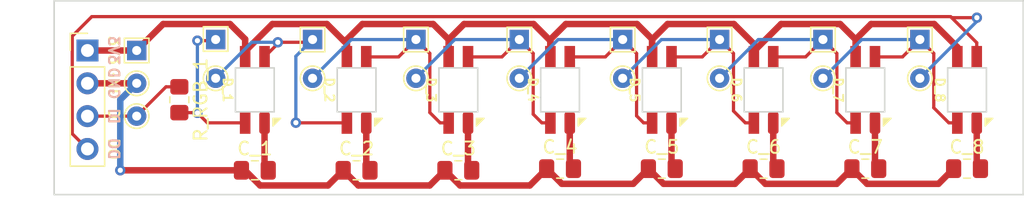
<source format=kicad_pcb>
(kicad_pcb (version 20171130) (host pcbnew "(5.1.8-0-10_14)")

  (general
    (thickness 1.6)
    (drawings 12)
    (tracks 165)
    (zones 0)
    (modules 37)
    (nets 21)
  )

  (page A4)
  (title_block
    (title "Soldering Practice, SK6812mini-e")
    (date 2021-02-24)
    (rev 2021.1)
    (company "Richard Goulter")
  )

  (layers
    (0 F.Cu signal)
    (31 B.Cu signal)
    (32 B.Adhes user)
    (33 F.Adhes user)
    (34 B.Paste user)
    (35 F.Paste user)
    (36 B.SilkS user)
    (37 F.SilkS user)
    (38 B.Mask user)
    (39 F.Mask user)
    (40 Dwgs.User user)
    (41 Cmts.User user)
    (42 Eco1.User user)
    (43 Eco2.User user)
    (44 Edge.Cuts user)
    (45 Margin user)
    (46 B.CrtYd user)
    (47 F.CrtYd user)
    (48 B.Fab user)
    (49 F.Fab user)
  )

  (setup
    (last_trace_width 0.25)
    (trace_clearance 0.2)
    (zone_clearance 0.508)
    (zone_45_only no)
    (trace_min 0.2)
    (via_size 0.8)
    (via_drill 0.4)
    (via_min_size 0.4)
    (via_min_drill 0.3)
    (uvia_size 0.3)
    (uvia_drill 0.1)
    (uvias_allowed no)
    (uvia_min_size 0.2)
    (uvia_min_drill 0.1)
    (edge_width 0.12)
    (segment_width 0.12)
    (pcb_text_width 0.3)
    (pcb_text_size 1.5 1.5)
    (mod_edge_width 0.12)
    (mod_text_size 1 1)
    (mod_text_width 0.15)
    (pad_size 1.5 1.5)
    (pad_drill 0.7)
    (pad_to_mask_clearance 0)
    (aux_axis_origin 0 0)
    (visible_elements FFFFFF7F)
    (pcbplotparams
      (layerselection 0x010fc_ffffffff)
      (usegerberextensions false)
      (usegerberattributes true)
      (usegerberadvancedattributes true)
      (creategerberjobfile true)
      (excludeedgelayer true)
      (linewidth 0.100000)
      (plotframeref false)
      (viasonmask false)
      (mode 1)
      (useauxorigin false)
      (hpglpennumber 1)
      (hpglpenspeed 20)
      (hpglpendiameter 15.000000)
      (psnegative false)
      (psa4output false)
      (plotreference true)
      (plotvalue true)
      (plotinvisibletext false)
      (padsonsilk false)
      (subtractmaskfromsilk false)
      (outputformat 1)
      (mirror false)
      (drillshape 1)
      (scaleselection 1)
      (outputdirectory ""))
  )

  (net 0 "")
  (net 1 /GND)
  (net 2 "Net-(C_1-Pad2)")
  (net 3 "Net-(C_2-Pad2)")
  (net 4 "Net-(C_3-Pad2)")
  (net 5 "Net-(C_4-Pad2)")
  (net 6 "Net-(C_5-Pad2)")
  (net 7 "Net-(C_6-Pad2)")
  (net 8 "Net-(C_7-Pad2)")
  (net 9 "Net-(C_8-Pad2)")
  (net 10 "Net-(D_1-Pad4)")
  (net 11 "Net-(D_1-Pad2)")
  (net 12 /3V3)
  (net 13 "Net-(D_2-Pad2)")
  (net 14 "Net-(D_3-Pad2)")
  (net 15 "Net-(D_4-Pad2)")
  (net 16 "Net-(D_5-Pad2)")
  (net 17 "Net-(D_6-Pad2)")
  (net 18 "Net-(D_7-Pad2)")
  (net 19 /RGB_OUT)
  (net 20 /RGB_IN)

  (net_class Default "This is the default net class."
    (clearance 0.2)
    (trace_width 0.25)
    (via_dia 0.8)
    (via_drill 0.4)
    (uvia_dia 0.3)
    (uvia_drill 0.1)
    (add_net /RGB_IN)
    (add_net /RGB_OUT)
    (add_net "Net-(D_1-Pad2)")
    (add_net "Net-(D_1-Pad4)")
    (add_net "Net-(D_2-Pad2)")
    (add_net "Net-(D_3-Pad2)")
    (add_net "Net-(D_4-Pad2)")
    (add_net "Net-(D_5-Pad2)")
    (add_net "Net-(D_6-Pad2)")
    (add_net "Net-(D_7-Pad2)")
  )

  (net_class Power ""
    (clearance 0.2)
    (trace_width 0.5)
    (via_dia 0.8)
    (via_drill 0.4)
    (uvia_dia 0.3)
    (uvia_drill 0.1)
    (add_net /3V3)
    (add_net /GND)
    (add_net "Net-(C_1-Pad2)")
    (add_net "Net-(C_2-Pad2)")
    (add_net "Net-(C_3-Pad2)")
    (add_net "Net-(C_4-Pad2)")
    (add_net "Net-(C_5-Pad2)")
    (add_net "Net-(C_6-Pad2)")
    (add_net "Net-(C_7-Pad2)")
    (add_net "Net-(C_8-Pad2)")
  )

  (module Resistor_SMD:R_0805_2012Metric_Pad1.20x1.40mm_HandSolder (layer F.Cu) (tedit 5F68FEEE) (tstamp 602BF363)
    (at 59.69 57.658 270)
    (descr "Resistor SMD 0805 (2012 Metric), square (rectangular) end terminal, IPC_7351 nominal with elongated pad for handsoldering. (Body size source: IPC-SM-782 page 72, https://www.pcb-3d.com/wordpress/wp-content/uploads/ipc-sm-782a_amendment_1_and_2.pdf), generated with kicad-footprint-generator")
    (tags "resistor handsolder")
    (path /60D9AF80)
    (attr smd)
    (fp_text reference R_RGB_1 (at 0 -1.65 90) (layer F.SilkS)
      (effects (font (size 1 1) (thickness 0.15)))
    )
    (fp_text value "300 - 500R" (at 0 1.65 90) (layer F.Fab)
      (effects (font (size 1 1) (thickness 0.15)))
    )
    (fp_line (start 1.85 0.95) (end -1.85 0.95) (layer F.CrtYd) (width 0.05))
    (fp_line (start 1.85 -0.95) (end 1.85 0.95) (layer F.CrtYd) (width 0.05))
    (fp_line (start -1.85 -0.95) (end 1.85 -0.95) (layer F.CrtYd) (width 0.05))
    (fp_line (start -1.85 0.95) (end -1.85 -0.95) (layer F.CrtYd) (width 0.05))
    (fp_line (start -0.227064 0.735) (end 0.227064 0.735) (layer F.SilkS) (width 0.12))
    (fp_line (start -0.227064 -0.735) (end 0.227064 -0.735) (layer F.SilkS) (width 0.12))
    (fp_line (start 1 0.625) (end -1 0.625) (layer F.Fab) (width 0.1))
    (fp_line (start 1 -0.625) (end 1 0.625) (layer F.Fab) (width 0.1))
    (fp_line (start -1 -0.625) (end 1 -0.625) (layer F.Fab) (width 0.1))
    (fp_line (start -1 0.625) (end -1 -0.625) (layer F.Fab) (width 0.1))
    (fp_text user %R (at 0 0 90) (layer F.Fab)
      (effects (font (size 0.5 0.5) (thickness 0.08)))
    )
    (pad 2 smd roundrect (at 1 0 270) (size 1.2 1.4) (layers F.Cu F.Paste F.Mask) (roundrect_rratio 0.208333)
      (net 10 "Net-(D_1-Pad4)"))
    (pad 1 smd roundrect (at -1 0 270) (size 1.2 1.4) (layers F.Cu F.Paste F.Mask) (roundrect_rratio 0.208333)
      (net 20 /RGB_IN))
    (model ${KISYS3DMOD}/Resistor_SMD.3dshapes/R_0805_2012Metric.wrl
      (at (xyz 0 0 0))
      (scale (xyz 1 1 1))
      (rotate (xyz 0 0 0))
    )
  )

  (module Keebio-Parts:SK6812-MINI-E (layer F.Cu) (tedit 5ECEB660) (tstamp 602BF343)
    (at 120.65 56.896 270)
    (path /604F9545)
    (fp_text reference D_8 (at 0 2.1 270 unlocked) (layer F.SilkS)
      (effects (font (size 0.7 0.7) (thickness 0.15)))
    )
    (fp_text value WS2812B (at 0 -0.5 270 unlocked) (layer F.SilkS) hide
      (effects (font (size 1 1) (thickness 0.15)))
    )
    (fp_line (start -1.7 -1.5) (end 1.7 -1.5) (layer Edge.Cuts) (width 0.12))
    (fp_line (start -1.7 1.5) (end -1.7 -1.5) (layer Edge.Cuts) (width 0.12))
    (fp_line (start 1.7 1.5) (end -1.7 1.5) (layer Edge.Cuts) (width 0.12))
    (fp_line (start 1.7 -1.5) (end 1.7 1.5) (layer Edge.Cuts) (width 0.12))
    (fp_line (start -1.6 -1.4) (end 1.6 -1.4) (layer Cmts.User) (width 0.12))
    (fp_line (start -1.6 1.4) (end -1.6 -1.4) (layer Cmts.User) (width 0.12))
    (fp_line (start 1.6 1.4) (end -1.6 1.4) (layer Cmts.User) (width 0.12))
    (fp_line (start 1.6 -1.4) (end 1.6 1.4) (layer Cmts.User) (width 0.12))
    (fp_poly (pts (xy 2.8 -1.4) (xy 2.2 -1.4) (xy 2.2 -2)) (layer F.SilkS) (width 0.1))
    (pad 3 smd roundrect (at 2.55 -0.75 270) (size 1.7 0.82) (layers F.Cu F.Paste F.Mask) (roundrect_rratio 0.25)
      (net 9 "Net-(C_8-Pad2)"))
    (pad 4 smd rect (at 2.55 0.75 270) (size 1.7 0.82) (layers F.Cu F.Paste F.Mask)
      (net 18 "Net-(D_7-Pad2)"))
    (pad 2 smd rect (at -2.55 -0.75 270) (size 1.7 0.82) (layers F.Cu F.Paste F.Mask)
      (net 19 /RGB_OUT))
    (pad 1 smd rect (at -2.55 0.75 270) (size 1.7 0.82) (layers F.Cu F.Paste F.Mask)
      (net 12 /3V3))
    (model "/Users/danny/syncproj/kicad-libs/footprints/Keebio-Parts.pretty/3dmodels/SK6812MINI-E v1.step"
      (at (xyz 0 0 0))
      (scale (xyz 1 1 1))
      (rotate (xyz 90 0 0))
    )
  )

  (module Keebio-Parts:SK6812-MINI-E (layer F.Cu) (tedit 5ECEB660) (tstamp 602BF32C)
    (at 112.776 56.896 270)
    (path /604F6F32)
    (fp_text reference D_7 (at 0 2.1 270 unlocked) (layer F.SilkS)
      (effects (font (size 0.7 0.7) (thickness 0.15)))
    )
    (fp_text value WS2812B (at 0 -0.5 270 unlocked) (layer F.SilkS) hide
      (effects (font (size 1 1) (thickness 0.15)))
    )
    (fp_line (start -1.7 -1.5) (end 1.7 -1.5) (layer Edge.Cuts) (width 0.12))
    (fp_line (start -1.7 1.5) (end -1.7 -1.5) (layer Edge.Cuts) (width 0.12))
    (fp_line (start 1.7 1.5) (end -1.7 1.5) (layer Edge.Cuts) (width 0.12))
    (fp_line (start 1.7 -1.5) (end 1.7 1.5) (layer Edge.Cuts) (width 0.12))
    (fp_line (start -1.6 -1.4) (end 1.6 -1.4) (layer Cmts.User) (width 0.12))
    (fp_line (start -1.6 1.4) (end -1.6 -1.4) (layer Cmts.User) (width 0.12))
    (fp_line (start 1.6 1.4) (end -1.6 1.4) (layer Cmts.User) (width 0.12))
    (fp_line (start 1.6 -1.4) (end 1.6 1.4) (layer Cmts.User) (width 0.12))
    (fp_poly (pts (xy 2.8 -1.4) (xy 2.2 -1.4) (xy 2.2 -2)) (layer F.SilkS) (width 0.1))
    (pad 3 smd roundrect (at 2.55 -0.75 270) (size 1.7 0.82) (layers F.Cu F.Paste F.Mask) (roundrect_rratio 0.25)
      (net 8 "Net-(C_7-Pad2)"))
    (pad 4 smd rect (at 2.55 0.75 270) (size 1.7 0.82) (layers F.Cu F.Paste F.Mask)
      (net 17 "Net-(D_6-Pad2)"))
    (pad 2 smd rect (at -2.55 -0.75 270) (size 1.7 0.82) (layers F.Cu F.Paste F.Mask)
      (net 18 "Net-(D_7-Pad2)"))
    (pad 1 smd rect (at -2.55 0.75 270) (size 1.7 0.82) (layers F.Cu F.Paste F.Mask)
      (net 12 /3V3))
    (model "/Users/danny/syncproj/kicad-libs/footprints/Keebio-Parts.pretty/3dmodels/SK6812MINI-E v1.step"
      (at (xyz 0 0 0))
      (scale (xyz 1 1 1))
      (rotate (xyz 90 0 0))
    )
  )

  (module Keebio-Parts:SK6812-MINI-E (layer F.Cu) (tedit 5ECEB660) (tstamp 602BF315)
    (at 104.902 56.896 270)
    (path /604F4342)
    (fp_text reference D_6 (at 0 2.1 270 unlocked) (layer F.SilkS)
      (effects (font (size 0.7 0.7) (thickness 0.15)))
    )
    (fp_text value WS2812B (at 0 -0.5 270 unlocked) (layer F.SilkS) hide
      (effects (font (size 1 1) (thickness 0.15)))
    )
    (fp_line (start -1.7 -1.5) (end 1.7 -1.5) (layer Edge.Cuts) (width 0.12))
    (fp_line (start -1.7 1.5) (end -1.7 -1.5) (layer Edge.Cuts) (width 0.12))
    (fp_line (start 1.7 1.5) (end -1.7 1.5) (layer Edge.Cuts) (width 0.12))
    (fp_line (start 1.7 -1.5) (end 1.7 1.5) (layer Edge.Cuts) (width 0.12))
    (fp_line (start -1.6 -1.4) (end 1.6 -1.4) (layer Cmts.User) (width 0.12))
    (fp_line (start -1.6 1.4) (end -1.6 -1.4) (layer Cmts.User) (width 0.12))
    (fp_line (start 1.6 1.4) (end -1.6 1.4) (layer Cmts.User) (width 0.12))
    (fp_line (start 1.6 -1.4) (end 1.6 1.4) (layer Cmts.User) (width 0.12))
    (fp_poly (pts (xy 2.8 -1.4) (xy 2.2 -1.4) (xy 2.2 -2)) (layer F.SilkS) (width 0.1))
    (pad 3 smd roundrect (at 2.55 -0.75 270) (size 1.7 0.82) (layers F.Cu F.Paste F.Mask) (roundrect_rratio 0.25)
      (net 7 "Net-(C_6-Pad2)"))
    (pad 4 smd rect (at 2.55 0.75 270) (size 1.7 0.82) (layers F.Cu F.Paste F.Mask)
      (net 16 "Net-(D_5-Pad2)"))
    (pad 2 smd rect (at -2.55 -0.75 270) (size 1.7 0.82) (layers F.Cu F.Paste F.Mask)
      (net 17 "Net-(D_6-Pad2)"))
    (pad 1 smd rect (at -2.55 0.75 270) (size 1.7 0.82) (layers F.Cu F.Paste F.Mask)
      (net 12 /3V3))
    (model "/Users/danny/syncproj/kicad-libs/footprints/Keebio-Parts.pretty/3dmodels/SK6812MINI-E v1.step"
      (at (xyz 0 0 0))
      (scale (xyz 1 1 1))
      (rotate (xyz 90 0 0))
    )
  )

  (module Keebio-Parts:SK6812-MINI-E (layer F.Cu) (tedit 5ECEB660) (tstamp 602BF2FE)
    (at 97.028 56.896 270)
    (path /604F1C89)
    (fp_text reference D_5 (at 0 2.1 270 unlocked) (layer F.SilkS)
      (effects (font (size 0.7 0.7) (thickness 0.15)))
    )
    (fp_text value WS2812B (at 0 -0.5 270 unlocked) (layer F.SilkS) hide
      (effects (font (size 1 1) (thickness 0.15)))
    )
    (fp_line (start -1.7 -1.5) (end 1.7 -1.5) (layer Edge.Cuts) (width 0.12))
    (fp_line (start -1.7 1.5) (end -1.7 -1.5) (layer Edge.Cuts) (width 0.12))
    (fp_line (start 1.7 1.5) (end -1.7 1.5) (layer Edge.Cuts) (width 0.12))
    (fp_line (start 1.7 -1.5) (end 1.7 1.5) (layer Edge.Cuts) (width 0.12))
    (fp_line (start -1.6 -1.4) (end 1.6 -1.4) (layer Cmts.User) (width 0.12))
    (fp_line (start -1.6 1.4) (end -1.6 -1.4) (layer Cmts.User) (width 0.12))
    (fp_line (start 1.6 1.4) (end -1.6 1.4) (layer Cmts.User) (width 0.12))
    (fp_line (start 1.6 -1.4) (end 1.6 1.4) (layer Cmts.User) (width 0.12))
    (fp_poly (pts (xy 2.8 -1.4) (xy 2.2 -1.4) (xy 2.2 -2)) (layer F.SilkS) (width 0.1))
    (pad 3 smd roundrect (at 2.55 -0.75 270) (size 1.7 0.82) (layers F.Cu F.Paste F.Mask) (roundrect_rratio 0.25)
      (net 6 "Net-(C_5-Pad2)"))
    (pad 4 smd rect (at 2.55 0.75 270) (size 1.7 0.82) (layers F.Cu F.Paste F.Mask)
      (net 15 "Net-(D_4-Pad2)"))
    (pad 2 smd rect (at -2.55 -0.75 270) (size 1.7 0.82) (layers F.Cu F.Paste F.Mask)
      (net 16 "Net-(D_5-Pad2)"))
    (pad 1 smd rect (at -2.55 0.75 270) (size 1.7 0.82) (layers F.Cu F.Paste F.Mask)
      (net 12 /3V3))
    (model "/Users/danny/syncproj/kicad-libs/footprints/Keebio-Parts.pretty/3dmodels/SK6812MINI-E v1.step"
      (at (xyz 0 0 0))
      (scale (xyz 1 1 1))
      (rotate (xyz 90 0 0))
    )
  )

  (module Keebio-Parts:SK6812-MINI-E (layer F.Cu) (tedit 5ECEB660) (tstamp 602BF2E7)
    (at 89.154 56.896 270)
    (path /604EE491)
    (fp_text reference D_4 (at 0 2.1 270 unlocked) (layer F.SilkS)
      (effects (font (size 0.7 0.7) (thickness 0.15)))
    )
    (fp_text value WS2812B (at 0 -0.5 270 unlocked) (layer F.SilkS) hide
      (effects (font (size 1 1) (thickness 0.15)))
    )
    (fp_line (start -1.7 -1.5) (end 1.7 -1.5) (layer Edge.Cuts) (width 0.12))
    (fp_line (start -1.7 1.5) (end -1.7 -1.5) (layer Edge.Cuts) (width 0.12))
    (fp_line (start 1.7 1.5) (end -1.7 1.5) (layer Edge.Cuts) (width 0.12))
    (fp_line (start 1.7 -1.5) (end 1.7 1.5) (layer Edge.Cuts) (width 0.12))
    (fp_line (start -1.6 -1.4) (end 1.6 -1.4) (layer Cmts.User) (width 0.12))
    (fp_line (start -1.6 1.4) (end -1.6 -1.4) (layer Cmts.User) (width 0.12))
    (fp_line (start 1.6 1.4) (end -1.6 1.4) (layer Cmts.User) (width 0.12))
    (fp_line (start 1.6 -1.4) (end 1.6 1.4) (layer Cmts.User) (width 0.12))
    (fp_poly (pts (xy 2.8 -1.4) (xy 2.2 -1.4) (xy 2.2 -2)) (layer F.SilkS) (width 0.1))
    (pad 3 smd roundrect (at 2.55 -0.75 270) (size 1.7 0.82) (layers F.Cu F.Paste F.Mask) (roundrect_rratio 0.25)
      (net 5 "Net-(C_4-Pad2)"))
    (pad 4 smd rect (at 2.55 0.75 270) (size 1.7 0.82) (layers F.Cu F.Paste F.Mask)
      (net 14 "Net-(D_3-Pad2)"))
    (pad 2 smd rect (at -2.55 -0.75 270) (size 1.7 0.82) (layers F.Cu F.Paste F.Mask)
      (net 15 "Net-(D_4-Pad2)"))
    (pad 1 smd rect (at -2.55 0.75 270) (size 1.7 0.82) (layers F.Cu F.Paste F.Mask)
      (net 12 /3V3))
    (model "/Users/danny/syncproj/kicad-libs/footprints/Keebio-Parts.pretty/3dmodels/SK6812MINI-E v1.step"
      (at (xyz 0 0 0))
      (scale (xyz 1 1 1))
      (rotate (xyz 90 0 0))
    )
  )

  (module Keebio-Parts:SK6812-MINI-E (layer F.Cu) (tedit 5ECEB660) (tstamp 602BF2D0)
    (at 81.28 56.896 270)
    (path /604EC440)
    (fp_text reference D_3 (at 0 2.1 270 unlocked) (layer F.SilkS)
      (effects (font (size 0.7 0.7) (thickness 0.15)))
    )
    (fp_text value WS2812B (at 0 -0.5 270 unlocked) (layer F.SilkS) hide
      (effects (font (size 1 1) (thickness 0.15)))
    )
    (fp_line (start -1.7 -1.5) (end 1.7 -1.5) (layer Edge.Cuts) (width 0.12))
    (fp_line (start -1.7 1.5) (end -1.7 -1.5) (layer Edge.Cuts) (width 0.12))
    (fp_line (start 1.7 1.5) (end -1.7 1.5) (layer Edge.Cuts) (width 0.12))
    (fp_line (start 1.7 -1.5) (end 1.7 1.5) (layer Edge.Cuts) (width 0.12))
    (fp_line (start -1.6 -1.4) (end 1.6 -1.4) (layer Cmts.User) (width 0.12))
    (fp_line (start -1.6 1.4) (end -1.6 -1.4) (layer Cmts.User) (width 0.12))
    (fp_line (start 1.6 1.4) (end -1.6 1.4) (layer Cmts.User) (width 0.12))
    (fp_line (start 1.6 -1.4) (end 1.6 1.4) (layer Cmts.User) (width 0.12))
    (fp_poly (pts (xy 2.8 -1.4) (xy 2.2 -1.4) (xy 2.2 -2)) (layer F.SilkS) (width 0.1))
    (pad 3 smd roundrect (at 2.55 -0.75 270) (size 1.7 0.82) (layers F.Cu F.Paste F.Mask) (roundrect_rratio 0.25)
      (net 4 "Net-(C_3-Pad2)"))
    (pad 4 smd rect (at 2.55 0.75 270) (size 1.7 0.82) (layers F.Cu F.Paste F.Mask)
      (net 13 "Net-(D_2-Pad2)"))
    (pad 2 smd rect (at -2.55 -0.75 270) (size 1.7 0.82) (layers F.Cu F.Paste F.Mask)
      (net 14 "Net-(D_3-Pad2)"))
    (pad 1 smd rect (at -2.55 0.75 270) (size 1.7 0.82) (layers F.Cu F.Paste F.Mask)
      (net 12 /3V3))
    (model "/Users/danny/syncproj/kicad-libs/footprints/Keebio-Parts.pretty/3dmodels/SK6812MINI-E v1.step"
      (at (xyz 0 0 0))
      (scale (xyz 1 1 1))
      (rotate (xyz 90 0 0))
    )
  )

  (module Keebio-Parts:SK6812-MINI-E (layer F.Cu) (tedit 5ECEB660) (tstamp 602BF2B9)
    (at 73.406 56.896 270)
    (path /604EA1B1)
    (fp_text reference D_2 (at 0 2.1 270 unlocked) (layer F.SilkS)
      (effects (font (size 0.7 0.7) (thickness 0.15)))
    )
    (fp_text value WS2812B (at 0 -0.5 270 unlocked) (layer F.SilkS) hide
      (effects (font (size 1 1) (thickness 0.15)))
    )
    (fp_line (start -1.7 -1.5) (end 1.7 -1.5) (layer Edge.Cuts) (width 0.12))
    (fp_line (start -1.7 1.5) (end -1.7 -1.5) (layer Edge.Cuts) (width 0.12))
    (fp_line (start 1.7 1.5) (end -1.7 1.5) (layer Edge.Cuts) (width 0.12))
    (fp_line (start 1.7 -1.5) (end 1.7 1.5) (layer Edge.Cuts) (width 0.12))
    (fp_line (start -1.6 -1.4) (end 1.6 -1.4) (layer Cmts.User) (width 0.12))
    (fp_line (start -1.6 1.4) (end -1.6 -1.4) (layer Cmts.User) (width 0.12))
    (fp_line (start 1.6 1.4) (end -1.6 1.4) (layer Cmts.User) (width 0.12))
    (fp_line (start 1.6 -1.4) (end 1.6 1.4) (layer Cmts.User) (width 0.12))
    (fp_poly (pts (xy 2.8 -1.4) (xy 2.2 -1.4) (xy 2.2 -2)) (layer F.SilkS) (width 0.1))
    (pad 3 smd roundrect (at 2.55 -0.75 270) (size 1.7 0.82) (layers F.Cu F.Paste F.Mask) (roundrect_rratio 0.25)
      (net 3 "Net-(C_2-Pad2)"))
    (pad 4 smd rect (at 2.55 0.75 270) (size 1.7 0.82) (layers F.Cu F.Paste F.Mask)
      (net 11 "Net-(D_1-Pad2)"))
    (pad 2 smd rect (at -2.55 -0.75 270) (size 1.7 0.82) (layers F.Cu F.Paste F.Mask)
      (net 13 "Net-(D_2-Pad2)"))
    (pad 1 smd rect (at -2.55 0.75 270) (size 1.7 0.82) (layers F.Cu F.Paste F.Mask)
      (net 12 /3V3))
    (model "/Users/danny/syncproj/kicad-libs/footprints/Keebio-Parts.pretty/3dmodels/SK6812MINI-E v1.step"
      (at (xyz 0 0 0))
      (scale (xyz 1 1 1))
      (rotate (xyz 90 0 0))
    )
  )

  (module Keebio-Parts:SK6812-MINI-E (layer F.Cu) (tedit 5ECEB660) (tstamp 602BF2A2)
    (at 65.532 56.896 270)
    (path /5FD534E8)
    (fp_text reference D_1 (at 0 2.1 270 unlocked) (layer F.SilkS)
      (effects (font (size 0.7 0.7) (thickness 0.15)))
    )
    (fp_text value WS2812B (at 0 -0.5 270 unlocked) (layer F.SilkS) hide
      (effects (font (size 1 1) (thickness 0.15)))
    )
    (fp_line (start -1.7 -1.5) (end 1.7 -1.5) (layer Edge.Cuts) (width 0.12))
    (fp_line (start -1.7 1.5) (end -1.7 -1.5) (layer Edge.Cuts) (width 0.12))
    (fp_line (start 1.7 1.5) (end -1.7 1.5) (layer Edge.Cuts) (width 0.12))
    (fp_line (start 1.7 -1.5) (end 1.7 1.5) (layer Edge.Cuts) (width 0.12))
    (fp_line (start -1.6 -1.4) (end 1.6 -1.4) (layer Cmts.User) (width 0.12))
    (fp_line (start -1.6 1.4) (end -1.6 -1.4) (layer Cmts.User) (width 0.12))
    (fp_line (start 1.6 1.4) (end -1.6 1.4) (layer Cmts.User) (width 0.12))
    (fp_line (start 1.6 -1.4) (end 1.6 1.4) (layer Cmts.User) (width 0.12))
    (fp_poly (pts (xy 2.8 -1.4) (xy 2.2 -1.4) (xy 2.2 -2)) (layer F.SilkS) (width 0.1))
    (pad 3 smd roundrect (at 2.55 -0.75 270) (size 1.7 0.82) (layers F.Cu F.Paste F.Mask) (roundrect_rratio 0.25)
      (net 2 "Net-(C_1-Pad2)"))
    (pad 4 smd rect (at 2.55 0.75 270) (size 1.7 0.82) (layers F.Cu F.Paste F.Mask)
      (net 10 "Net-(D_1-Pad4)"))
    (pad 2 smd rect (at -2.55 -0.75 270) (size 1.7 0.82) (layers F.Cu F.Paste F.Mask)
      (net 11 "Net-(D_1-Pad2)"))
    (pad 1 smd rect (at -2.55 0.75 270) (size 1.7 0.82) (layers F.Cu F.Paste F.Mask)
      (net 12 /3V3))
    (model "/Users/danny/syncproj/kicad-libs/footprints/Keebio-Parts.pretty/3dmodels/SK6812MINI-E v1.step"
      (at (xyz 0 0 0))
      (scale (xyz 1 1 1))
      (rotate (xyz 90 0 0))
    )
  )

  (module Capacitor_SMD:C_0805_2012Metric_Pad1.18x1.45mm_HandSolder (layer F.Cu) (tedit 5F68FEEF) (tstamp 602BF28B)
    (at 120.65 62.992)
    (descr "Capacitor SMD 0805 (2012 Metric), square (rectangular) end terminal, IPC_7351 nominal with elongated pad for handsoldering. (Body size source: IPC-SM-782 page 76, https://www.pcb-3d.com/wordpress/wp-content/uploads/ipc-sm-782a_amendment_1_and_2.pdf, https://docs.google.com/spreadsheets/d/1BsfQQcO9C6DZCsRaXUlFlo91Tg2WpOkGARC1WS5S8t0/edit?usp=sharing), generated with kicad-footprint-generator")
    (tags "capacitor handsolder")
    (path /604F953F)
    (attr smd)
    (fp_text reference C_8 (at 0 -1.68) (layer F.SilkS)
      (effects (font (size 1 1) (thickness 0.15)))
    )
    (fp_text value 100nF (at 0 1.68) (layer F.Fab)
      (effects (font (size 1 1) (thickness 0.15)))
    )
    (fp_line (start 1.88 0.98) (end -1.88 0.98) (layer F.CrtYd) (width 0.05))
    (fp_line (start 1.88 -0.98) (end 1.88 0.98) (layer F.CrtYd) (width 0.05))
    (fp_line (start -1.88 -0.98) (end 1.88 -0.98) (layer F.CrtYd) (width 0.05))
    (fp_line (start -1.88 0.98) (end -1.88 -0.98) (layer F.CrtYd) (width 0.05))
    (fp_line (start -0.261252 0.735) (end 0.261252 0.735) (layer F.SilkS) (width 0.12))
    (fp_line (start -0.261252 -0.735) (end 0.261252 -0.735) (layer F.SilkS) (width 0.12))
    (fp_line (start 1 0.625) (end -1 0.625) (layer F.Fab) (width 0.1))
    (fp_line (start 1 -0.625) (end 1 0.625) (layer F.Fab) (width 0.1))
    (fp_line (start -1 -0.625) (end 1 -0.625) (layer F.Fab) (width 0.1))
    (fp_line (start -1 0.625) (end -1 -0.625) (layer F.Fab) (width 0.1))
    (fp_text user %R (at 0 0) (layer F.Fab)
      (effects (font (size 0.5 0.5) (thickness 0.08)))
    )
    (pad 2 smd roundrect (at 1.0375 0) (size 1.175 1.45) (layers F.Cu F.Paste F.Mask) (roundrect_rratio 0.212766)
      (net 9 "Net-(C_8-Pad2)"))
    (pad 1 smd roundrect (at -1.0375 0) (size 1.175 1.45) (layers F.Cu F.Paste F.Mask) (roundrect_rratio 0.212766)
      (net 1 /GND))
    (model ${KISYS3DMOD}/Capacitor_SMD.3dshapes/C_0805_2012Metric.wrl
      (at (xyz 0 0 0))
      (scale (xyz 1 1 1))
      (rotate (xyz 0 0 0))
    )
  )

  (module Capacitor_SMD:C_0805_2012Metric_Pad1.18x1.45mm_HandSolder (layer F.Cu) (tedit 5F68FEEF) (tstamp 602BF266)
    (at 112.776 62.992)
    (descr "Capacitor SMD 0805 (2012 Metric), square (rectangular) end terminal, IPC_7351 nominal with elongated pad for handsoldering. (Body size source: IPC-SM-782 page 76, https://www.pcb-3d.com/wordpress/wp-content/uploads/ipc-sm-782a_amendment_1_and_2.pdf, https://docs.google.com/spreadsheets/d/1BsfQQcO9C6DZCsRaXUlFlo91Tg2WpOkGARC1WS5S8t0/edit?usp=sharing), generated with kicad-footprint-generator")
    (tags "capacitor handsolder")
    (path /604F6F2C)
    (attr smd)
    (fp_text reference C_7 (at 0 -1.68) (layer F.SilkS)
      (effects (font (size 1 1) (thickness 0.15)))
    )
    (fp_text value 100nF (at 0 1.68) (layer F.Fab)
      (effects (font (size 1 1) (thickness 0.15)))
    )
    (fp_line (start 1.88 0.98) (end -1.88 0.98) (layer F.CrtYd) (width 0.05))
    (fp_line (start 1.88 -0.98) (end 1.88 0.98) (layer F.CrtYd) (width 0.05))
    (fp_line (start -1.88 -0.98) (end 1.88 -0.98) (layer F.CrtYd) (width 0.05))
    (fp_line (start -1.88 0.98) (end -1.88 -0.98) (layer F.CrtYd) (width 0.05))
    (fp_line (start -0.261252 0.735) (end 0.261252 0.735) (layer F.SilkS) (width 0.12))
    (fp_line (start -0.261252 -0.735) (end 0.261252 -0.735) (layer F.SilkS) (width 0.12))
    (fp_line (start 1 0.625) (end -1 0.625) (layer F.Fab) (width 0.1))
    (fp_line (start 1 -0.625) (end 1 0.625) (layer F.Fab) (width 0.1))
    (fp_line (start -1 -0.625) (end 1 -0.625) (layer F.Fab) (width 0.1))
    (fp_line (start -1 0.625) (end -1 -0.625) (layer F.Fab) (width 0.1))
    (fp_text user %R (at 0 0) (layer F.Fab)
      (effects (font (size 0.5 0.5) (thickness 0.08)))
    )
    (pad 2 smd roundrect (at 1.0375 0) (size 1.175 1.45) (layers F.Cu F.Paste F.Mask) (roundrect_rratio 0.212766)
      (net 8 "Net-(C_7-Pad2)"))
    (pad 1 smd roundrect (at -1.0375 0) (size 1.175 1.45) (layers F.Cu F.Paste F.Mask) (roundrect_rratio 0.212766)
      (net 1 /GND))
    (model ${KISYS3DMOD}/Capacitor_SMD.3dshapes/C_0805_2012Metric.wrl
      (at (xyz 0 0 0))
      (scale (xyz 1 1 1))
      (rotate (xyz 0 0 0))
    )
  )

  (module Capacitor_SMD:C_0805_2012Metric_Pad1.18x1.45mm_HandSolder (layer F.Cu) (tedit 5F68FEEF) (tstamp 602BF241)
    (at 104.902 62.992)
    (descr "Capacitor SMD 0805 (2012 Metric), square (rectangular) end terminal, IPC_7351 nominal with elongated pad for handsoldering. (Body size source: IPC-SM-782 page 76, https://www.pcb-3d.com/wordpress/wp-content/uploads/ipc-sm-782a_amendment_1_and_2.pdf, https://docs.google.com/spreadsheets/d/1BsfQQcO9C6DZCsRaXUlFlo91Tg2WpOkGARC1WS5S8t0/edit?usp=sharing), generated with kicad-footprint-generator")
    (tags "capacitor handsolder")
    (path /604F433C)
    (attr smd)
    (fp_text reference C_6 (at 0 -1.68) (layer F.SilkS)
      (effects (font (size 1 1) (thickness 0.15)))
    )
    (fp_text value 100nF (at 0 1.68) (layer F.Fab)
      (effects (font (size 1 1) (thickness 0.15)))
    )
    (fp_line (start 1.88 0.98) (end -1.88 0.98) (layer F.CrtYd) (width 0.05))
    (fp_line (start 1.88 -0.98) (end 1.88 0.98) (layer F.CrtYd) (width 0.05))
    (fp_line (start -1.88 -0.98) (end 1.88 -0.98) (layer F.CrtYd) (width 0.05))
    (fp_line (start -1.88 0.98) (end -1.88 -0.98) (layer F.CrtYd) (width 0.05))
    (fp_line (start -0.261252 0.735) (end 0.261252 0.735) (layer F.SilkS) (width 0.12))
    (fp_line (start -0.261252 -0.735) (end 0.261252 -0.735) (layer F.SilkS) (width 0.12))
    (fp_line (start 1 0.625) (end -1 0.625) (layer F.Fab) (width 0.1))
    (fp_line (start 1 -0.625) (end 1 0.625) (layer F.Fab) (width 0.1))
    (fp_line (start -1 -0.625) (end 1 -0.625) (layer F.Fab) (width 0.1))
    (fp_line (start -1 0.625) (end -1 -0.625) (layer F.Fab) (width 0.1))
    (fp_text user %R (at 0 0) (layer F.Fab)
      (effects (font (size 0.5 0.5) (thickness 0.08)))
    )
    (pad 2 smd roundrect (at 1.0375 0) (size 1.175 1.45) (layers F.Cu F.Paste F.Mask) (roundrect_rratio 0.212766)
      (net 7 "Net-(C_6-Pad2)"))
    (pad 1 smd roundrect (at -1.0375 0) (size 1.175 1.45) (layers F.Cu F.Paste F.Mask) (roundrect_rratio 0.212766)
      (net 1 /GND))
    (model ${KISYS3DMOD}/Capacitor_SMD.3dshapes/C_0805_2012Metric.wrl
      (at (xyz 0 0 0))
      (scale (xyz 1 1 1))
      (rotate (xyz 0 0 0))
    )
  )

  (module Capacitor_SMD:C_0805_2012Metric_Pad1.18x1.45mm_HandSolder (layer F.Cu) (tedit 5F68FEEF) (tstamp 602BF21C)
    (at 97.028 62.992)
    (descr "Capacitor SMD 0805 (2012 Metric), square (rectangular) end terminal, IPC_7351 nominal with elongated pad for handsoldering. (Body size source: IPC-SM-782 page 76, https://www.pcb-3d.com/wordpress/wp-content/uploads/ipc-sm-782a_amendment_1_and_2.pdf, https://docs.google.com/spreadsheets/d/1BsfQQcO9C6DZCsRaXUlFlo91Tg2WpOkGARC1WS5S8t0/edit?usp=sharing), generated with kicad-footprint-generator")
    (tags "capacitor handsolder")
    (path /604F1C83)
    (attr smd)
    (fp_text reference C_5 (at 0 -1.68) (layer F.SilkS)
      (effects (font (size 1 1) (thickness 0.15)))
    )
    (fp_text value 100nF (at 0 1.68) (layer F.Fab)
      (effects (font (size 1 1) (thickness 0.15)))
    )
    (fp_line (start 1.88 0.98) (end -1.88 0.98) (layer F.CrtYd) (width 0.05))
    (fp_line (start 1.88 -0.98) (end 1.88 0.98) (layer F.CrtYd) (width 0.05))
    (fp_line (start -1.88 -0.98) (end 1.88 -0.98) (layer F.CrtYd) (width 0.05))
    (fp_line (start -1.88 0.98) (end -1.88 -0.98) (layer F.CrtYd) (width 0.05))
    (fp_line (start -0.261252 0.735) (end 0.261252 0.735) (layer F.SilkS) (width 0.12))
    (fp_line (start -0.261252 -0.735) (end 0.261252 -0.735) (layer F.SilkS) (width 0.12))
    (fp_line (start 1 0.625) (end -1 0.625) (layer F.Fab) (width 0.1))
    (fp_line (start 1 -0.625) (end 1 0.625) (layer F.Fab) (width 0.1))
    (fp_line (start -1 -0.625) (end 1 -0.625) (layer F.Fab) (width 0.1))
    (fp_line (start -1 0.625) (end -1 -0.625) (layer F.Fab) (width 0.1))
    (fp_text user %R (at 0 0) (layer F.Fab)
      (effects (font (size 0.5 0.5) (thickness 0.08)))
    )
    (pad 2 smd roundrect (at 1.0375 0) (size 1.175 1.45) (layers F.Cu F.Paste F.Mask) (roundrect_rratio 0.212766)
      (net 6 "Net-(C_5-Pad2)"))
    (pad 1 smd roundrect (at -1.0375 0) (size 1.175 1.45) (layers F.Cu F.Paste F.Mask) (roundrect_rratio 0.212766)
      (net 1 /GND))
    (model ${KISYS3DMOD}/Capacitor_SMD.3dshapes/C_0805_2012Metric.wrl
      (at (xyz 0 0 0))
      (scale (xyz 1 1 1))
      (rotate (xyz 0 0 0))
    )
  )

  (module Capacitor_SMD:C_0805_2012Metric_Pad1.18x1.45mm_HandSolder (layer F.Cu) (tedit 5F68FEEF) (tstamp 602BF1F7)
    (at 89.154 62.992)
    (descr "Capacitor SMD 0805 (2012 Metric), square (rectangular) end terminal, IPC_7351 nominal with elongated pad for handsoldering. (Body size source: IPC-SM-782 page 76, https://www.pcb-3d.com/wordpress/wp-content/uploads/ipc-sm-782a_amendment_1_and_2.pdf, https://docs.google.com/spreadsheets/d/1BsfQQcO9C6DZCsRaXUlFlo91Tg2WpOkGARC1WS5S8t0/edit?usp=sharing), generated with kicad-footprint-generator")
    (tags "capacitor handsolder")
    (path /604EE48B)
    (attr smd)
    (fp_text reference C_4 (at 0 -1.68) (layer F.SilkS)
      (effects (font (size 1 1) (thickness 0.15)))
    )
    (fp_text value 100nF (at 0 1.68) (layer F.Fab)
      (effects (font (size 1 1) (thickness 0.15)))
    )
    (fp_line (start 1.88 0.98) (end -1.88 0.98) (layer F.CrtYd) (width 0.05))
    (fp_line (start 1.88 -0.98) (end 1.88 0.98) (layer F.CrtYd) (width 0.05))
    (fp_line (start -1.88 -0.98) (end 1.88 -0.98) (layer F.CrtYd) (width 0.05))
    (fp_line (start -1.88 0.98) (end -1.88 -0.98) (layer F.CrtYd) (width 0.05))
    (fp_line (start -0.261252 0.735) (end 0.261252 0.735) (layer F.SilkS) (width 0.12))
    (fp_line (start -0.261252 -0.735) (end 0.261252 -0.735) (layer F.SilkS) (width 0.12))
    (fp_line (start 1 0.625) (end -1 0.625) (layer F.Fab) (width 0.1))
    (fp_line (start 1 -0.625) (end 1 0.625) (layer F.Fab) (width 0.1))
    (fp_line (start -1 -0.625) (end 1 -0.625) (layer F.Fab) (width 0.1))
    (fp_line (start -1 0.625) (end -1 -0.625) (layer F.Fab) (width 0.1))
    (fp_text user %R (at 0 0) (layer F.Fab)
      (effects (font (size 0.5 0.5) (thickness 0.08)))
    )
    (pad 2 smd roundrect (at 1.0375 0) (size 1.175 1.45) (layers F.Cu F.Paste F.Mask) (roundrect_rratio 0.212766)
      (net 5 "Net-(C_4-Pad2)"))
    (pad 1 smd roundrect (at -1.0375 0) (size 1.175 1.45) (layers F.Cu F.Paste F.Mask) (roundrect_rratio 0.212766)
      (net 1 /GND))
    (model ${KISYS3DMOD}/Capacitor_SMD.3dshapes/C_0805_2012Metric.wrl
      (at (xyz 0 0 0))
      (scale (xyz 1 1 1))
      (rotate (xyz 0 0 0))
    )
  )

  (module Capacitor_SMD:C_0805_2012Metric_Pad1.18x1.45mm_HandSolder (layer F.Cu) (tedit 5F68FEEF) (tstamp 602BF1D2)
    (at 81.28 63.119)
    (descr "Capacitor SMD 0805 (2012 Metric), square (rectangular) end terminal, IPC_7351 nominal with elongated pad for handsoldering. (Body size source: IPC-SM-782 page 76, https://www.pcb-3d.com/wordpress/wp-content/uploads/ipc-sm-782a_amendment_1_and_2.pdf, https://docs.google.com/spreadsheets/d/1BsfQQcO9C6DZCsRaXUlFlo91Tg2WpOkGARC1WS5S8t0/edit?usp=sharing), generated with kicad-footprint-generator")
    (tags "capacitor handsolder")
    (path /604EC43A)
    (attr smd)
    (fp_text reference C_3 (at 0 -1.68) (layer F.SilkS)
      (effects (font (size 1 1) (thickness 0.15)))
    )
    (fp_text value 100nF (at 0 1.68) (layer F.Fab)
      (effects (font (size 1 1) (thickness 0.15)))
    )
    (fp_line (start 1.88 0.98) (end -1.88 0.98) (layer F.CrtYd) (width 0.05))
    (fp_line (start 1.88 -0.98) (end 1.88 0.98) (layer F.CrtYd) (width 0.05))
    (fp_line (start -1.88 -0.98) (end 1.88 -0.98) (layer F.CrtYd) (width 0.05))
    (fp_line (start -1.88 0.98) (end -1.88 -0.98) (layer F.CrtYd) (width 0.05))
    (fp_line (start -0.261252 0.735) (end 0.261252 0.735) (layer F.SilkS) (width 0.12))
    (fp_line (start -0.261252 -0.735) (end 0.261252 -0.735) (layer F.SilkS) (width 0.12))
    (fp_line (start 1 0.625) (end -1 0.625) (layer F.Fab) (width 0.1))
    (fp_line (start 1 -0.625) (end 1 0.625) (layer F.Fab) (width 0.1))
    (fp_line (start -1 -0.625) (end 1 -0.625) (layer F.Fab) (width 0.1))
    (fp_line (start -1 0.625) (end -1 -0.625) (layer F.Fab) (width 0.1))
    (fp_text user %R (at 0 0) (layer F.Fab)
      (effects (font (size 0.5 0.5) (thickness 0.08)))
    )
    (pad 2 smd roundrect (at 1.0375 0) (size 1.175 1.45) (layers F.Cu F.Paste F.Mask) (roundrect_rratio 0.212766)
      (net 4 "Net-(C_3-Pad2)"))
    (pad 1 smd roundrect (at -1.0375 0) (size 1.175 1.45) (layers F.Cu F.Paste F.Mask) (roundrect_rratio 0.212766)
      (net 1 /GND))
    (model ${KISYS3DMOD}/Capacitor_SMD.3dshapes/C_0805_2012Metric.wrl
      (at (xyz 0 0 0))
      (scale (xyz 1 1 1))
      (rotate (xyz 0 0 0))
    )
  )

  (module Capacitor_SMD:C_0805_2012Metric_Pad1.18x1.45mm_HandSolder (layer F.Cu) (tedit 5F68FEEF) (tstamp 602BF1AD)
    (at 73.406 63.119)
    (descr "Capacitor SMD 0805 (2012 Metric), square (rectangular) end terminal, IPC_7351 nominal with elongated pad for handsoldering. (Body size source: IPC-SM-782 page 76, https://www.pcb-3d.com/wordpress/wp-content/uploads/ipc-sm-782a_amendment_1_and_2.pdf, https://docs.google.com/spreadsheets/d/1BsfQQcO9C6DZCsRaXUlFlo91Tg2WpOkGARC1WS5S8t0/edit?usp=sharing), generated with kicad-footprint-generator")
    (tags "capacitor handsolder")
    (path /604EA1AB)
    (attr smd)
    (fp_text reference C_2 (at 0 -1.68) (layer F.SilkS)
      (effects (font (size 1 1) (thickness 0.15)))
    )
    (fp_text value 100nF (at 0 1.68) (layer F.Fab)
      (effects (font (size 1 1) (thickness 0.15)))
    )
    (fp_line (start 1.88 0.98) (end -1.88 0.98) (layer F.CrtYd) (width 0.05))
    (fp_line (start 1.88 -0.98) (end 1.88 0.98) (layer F.CrtYd) (width 0.05))
    (fp_line (start -1.88 -0.98) (end 1.88 -0.98) (layer F.CrtYd) (width 0.05))
    (fp_line (start -1.88 0.98) (end -1.88 -0.98) (layer F.CrtYd) (width 0.05))
    (fp_line (start -0.261252 0.735) (end 0.261252 0.735) (layer F.SilkS) (width 0.12))
    (fp_line (start -0.261252 -0.735) (end 0.261252 -0.735) (layer F.SilkS) (width 0.12))
    (fp_line (start 1 0.625) (end -1 0.625) (layer F.Fab) (width 0.1))
    (fp_line (start 1 -0.625) (end 1 0.625) (layer F.Fab) (width 0.1))
    (fp_line (start -1 -0.625) (end 1 -0.625) (layer F.Fab) (width 0.1))
    (fp_line (start -1 0.625) (end -1 -0.625) (layer F.Fab) (width 0.1))
    (fp_text user %R (at 0 0) (layer F.Fab)
      (effects (font (size 0.5 0.5) (thickness 0.08)))
    )
    (pad 2 smd roundrect (at 1.0375 0) (size 1.175 1.45) (layers F.Cu F.Paste F.Mask) (roundrect_rratio 0.212766)
      (net 3 "Net-(C_2-Pad2)"))
    (pad 1 smd roundrect (at -1.0375 0) (size 1.175 1.45) (layers F.Cu F.Paste F.Mask) (roundrect_rratio 0.212766)
      (net 1 /GND))
    (model ${KISYS3DMOD}/Capacitor_SMD.3dshapes/C_0805_2012Metric.wrl
      (at (xyz 0 0 0))
      (scale (xyz 1 1 1))
      (rotate (xyz 0 0 0))
    )
  )

  (module Capacitor_SMD:C_0805_2012Metric_Pad1.18x1.45mm_HandSolder (layer F.Cu) (tedit 5F68FEEF) (tstamp 602BF188)
    (at 65.532 63.119)
    (descr "Capacitor SMD 0805 (2012 Metric), square (rectangular) end terminal, IPC_7351 nominal with elongated pad for handsoldering. (Body size source: IPC-SM-782 page 76, https://www.pcb-3d.com/wordpress/wp-content/uploads/ipc-sm-782a_amendment_1_and_2.pdf, https://docs.google.com/spreadsheets/d/1BsfQQcO9C6DZCsRaXUlFlo91Tg2WpOkGARC1WS5S8t0/edit?usp=sharing), generated with kicad-footprint-generator")
    (tags "capacitor handsolder")
    (path /603D2DAA)
    (attr smd)
    (fp_text reference C_1 (at 0 -1.68) (layer F.SilkS)
      (effects (font (size 1 1) (thickness 0.15)))
    )
    (fp_text value 100nF (at 0 1.68) (layer F.Fab)
      (effects (font (size 1 1) (thickness 0.15)))
    )
    (fp_line (start 1.88 0.98) (end -1.88 0.98) (layer F.CrtYd) (width 0.05))
    (fp_line (start 1.88 -0.98) (end 1.88 0.98) (layer F.CrtYd) (width 0.05))
    (fp_line (start -1.88 -0.98) (end 1.88 -0.98) (layer F.CrtYd) (width 0.05))
    (fp_line (start -1.88 0.98) (end -1.88 -0.98) (layer F.CrtYd) (width 0.05))
    (fp_line (start -0.261252 0.735) (end 0.261252 0.735) (layer F.SilkS) (width 0.12))
    (fp_line (start -0.261252 -0.735) (end 0.261252 -0.735) (layer F.SilkS) (width 0.12))
    (fp_line (start 1 0.625) (end -1 0.625) (layer F.Fab) (width 0.1))
    (fp_line (start 1 -0.625) (end 1 0.625) (layer F.Fab) (width 0.1))
    (fp_line (start -1 -0.625) (end 1 -0.625) (layer F.Fab) (width 0.1))
    (fp_line (start -1 0.625) (end -1 -0.625) (layer F.Fab) (width 0.1))
    (fp_text user %R (at 0 0) (layer F.Fab)
      (effects (font (size 0.5 0.5) (thickness 0.08)))
    )
    (pad 2 smd roundrect (at 1.0375 0) (size 1.175 1.45) (layers F.Cu F.Paste F.Mask) (roundrect_rratio 0.212766)
      (net 2 "Net-(C_1-Pad2)"))
    (pad 1 smd roundrect (at -1.0375 0) (size 1.175 1.45) (layers F.Cu F.Paste F.Mask) (roundrect_rratio 0.212766)
      (net 1 /GND))
    (model ${KISYS3DMOD}/Capacitor_SMD.3dshapes/C_0805_2012Metric.wrl
      (at (xyz 0 0 0))
      (scale (xyz 1 1 1))
      (rotate (xyz 0 0 0))
    )
  )

  (module Connector_PinHeader_2.54mm:PinHeader_1x04_P2.54mm_Vertical (layer F.Cu) (tedit 59FED5CC) (tstamp 602C1907)
    (at 52.578 53.848)
    (descr "Through hole straight pin header, 1x04, 2.54mm pitch, single row")
    (tags "Through hole pin header THT 1x04 2.54mm single row")
    (path /60525E02)
    (fp_text reference J1 (at 0 -2.33) (layer F.SilkS) hide
      (effects (font (size 1 1) (thickness 0.15)))
    )
    (fp_text value Conn_01x04_Male (at 0 9.95) (layer F.Fab)
      (effects (font (size 1 1) (thickness 0.15)))
    )
    (fp_line (start 1.8 -1.8) (end -1.8 -1.8) (layer F.CrtYd) (width 0.05))
    (fp_line (start 1.8 9.4) (end 1.8 -1.8) (layer F.CrtYd) (width 0.05))
    (fp_line (start -1.8 9.4) (end 1.8 9.4) (layer F.CrtYd) (width 0.05))
    (fp_line (start -1.8 -1.8) (end -1.8 9.4) (layer F.CrtYd) (width 0.05))
    (fp_line (start -1.33 -1.33) (end 0 -1.33) (layer F.SilkS) (width 0.12))
    (fp_line (start -1.33 0) (end -1.33 -1.33) (layer F.SilkS) (width 0.12))
    (fp_line (start -1.33 1.27) (end 1.33 1.27) (layer F.SilkS) (width 0.12))
    (fp_line (start 1.33 1.27) (end 1.33 8.95) (layer F.SilkS) (width 0.12))
    (fp_line (start -1.33 1.27) (end -1.33 8.95) (layer F.SilkS) (width 0.12))
    (fp_line (start -1.33 8.95) (end 1.33 8.95) (layer F.SilkS) (width 0.12))
    (fp_line (start -1.27 -0.635) (end -0.635 -1.27) (layer F.Fab) (width 0.1))
    (fp_line (start -1.27 8.89) (end -1.27 -0.635) (layer F.Fab) (width 0.1))
    (fp_line (start 1.27 8.89) (end -1.27 8.89) (layer F.Fab) (width 0.1))
    (fp_line (start 1.27 -1.27) (end 1.27 8.89) (layer F.Fab) (width 0.1))
    (fp_line (start -0.635 -1.27) (end 1.27 -1.27) (layer F.Fab) (width 0.1))
    (fp_text user %R (at 0 3.81 90) (layer F.Fab)
      (effects (font (size 1 1) (thickness 0.15)))
    )
    (pad 4 thru_hole oval (at 0 7.62) (size 1.7 1.7) (drill 1) (layers *.Cu *.Mask)
      (net 19 /RGB_OUT))
    (pad 3 thru_hole oval (at 0 5.08) (size 1.7 1.7) (drill 1) (layers *.Cu *.Mask)
      (net 20 /RGB_IN))
    (pad 2 thru_hole oval (at 0 2.54) (size 1.7 1.7) (drill 1) (layers *.Cu *.Mask)
      (net 1 /GND))
    (pad 1 thru_hole rect (at 0 0) (size 1.7 1.7) (drill 1) (layers *.Cu *.Mask)
      (net 12 /3V3))
    (model ${KISYS3DMOD}/Connector_PinHeader_2.54mm.3dshapes/PinHeader_1x04_P2.54mm_Vertical.wrl
      (at (xyz 0 0 0))
      (scale (xyz 1 1 1))
      (rotate (xyz 0 0 0))
    )
  )

  (module TestPoint:TestPoint_THTPad_1.5x1.5mm_Drill0.7mm (layer F.Cu) (tedit 5A0F774F) (tstamp 602BF3DB)
    (at 117 53)
    (descr "THT rectangular pad as test Point, square 1.5mm side length, hole diameter 0.7mm")
    (tags "test point THT pad rectangle square")
    (path /604F954D)
    (attr virtual)
    (fp_text reference TP_DIN_8 (at 0 -1.648) (layer F.SilkS) hide
      (effects (font (size 1 1) (thickness 0.15)))
    )
    (fp_text value TestPoint (at 0 1.75) (layer F.Fab)
      (effects (font (size 1 1) (thickness 0.15)))
    )
    (fp_line (start 1.25 1.25) (end -1.25 1.25) (layer F.CrtYd) (width 0.05))
    (fp_line (start 1.25 1.25) (end 1.25 -1.25) (layer F.CrtYd) (width 0.05))
    (fp_line (start -1.25 -1.25) (end -1.25 1.25) (layer F.CrtYd) (width 0.05))
    (fp_line (start -1.25 -1.25) (end 1.25 -1.25) (layer F.CrtYd) (width 0.05))
    (fp_line (start -0.95 0.95) (end -0.95 -0.95) (layer F.SilkS) (width 0.12))
    (fp_line (start 0.95 0.95) (end -0.95 0.95) (layer F.SilkS) (width 0.12))
    (fp_line (start 0.95 -0.95) (end 0.95 0.95) (layer F.SilkS) (width 0.12))
    (fp_line (start -0.95 -0.95) (end 0.95 -0.95) (layer F.SilkS) (width 0.12))
    (fp_text user %R (at 0 -1.65) (layer F.Fab)
      (effects (font (size 1 1) (thickness 0.15)))
    )
    (pad 1 thru_hole rect (at 0 0) (size 1.5 1.5) (drill 0.7) (layers *.Cu *.Mask)
      (net 18 "Net-(D_7-Pad2)"))
  )

  (module TestPoint:TestPoint_THTPad_D1.5mm_Drill0.7mm (layer F.Cu) (tedit 5A0F774F) (tstamp 602BF42B)
    (at 56.388 56.388)
    (descr "THT pad as test Point, diameter 1.5mm, hole diameter 0.7mm")
    (tags "test point THT pad")
    (path /604C23E2)
    (attr virtual)
    (fp_text reference TP_GND_1 (at 0 -1.648) (layer F.SilkS) hide
      (effects (font (size 1 1) (thickness 0.15)))
    )
    (fp_text value TestPoint (at 0 1.75) (layer F.Fab)
      (effects (font (size 1 1) (thickness 0.15)))
    )
    (fp_circle (center 0 0) (end 0 0.95) (layer F.SilkS) (width 0.12))
    (fp_circle (center 0 0) (end 1.25 0) (layer F.CrtYd) (width 0.05))
    (fp_text user %R (at 0 -1.65) (layer F.Fab)
      (effects (font (size 1 1) (thickness 0.15)))
    )
    (pad 1 thru_hole circle (at 0 0) (size 1.5 1.5) (drill 0.7) (layers *.Cu *.Mask)
      (net 1 /GND))
  )

  (module TestPoint:TestPoint_THTPad_D1.5mm_Drill0.7mm (layer F.Cu) (tedit 5A0F774F) (tstamp 602BF423)
    (at 117 56)
    (descr "THT pad as test Point, diameter 1.5mm, hole diameter 0.7mm")
    (tags "test point THT pad")
    (path /604F9556)
    (attr virtual)
    (fp_text reference TP_DOUT_8 (at 0 -1.648) (layer F.SilkS) hide
      (effects (font (size 1 1) (thickness 0.15)))
    )
    (fp_text value TestPoint (at 0 1.75) (layer F.Fab)
      (effects (font (size 1 1) (thickness 0.15)))
    )
    (fp_circle (center 0 0) (end 0 0.95) (layer F.SilkS) (width 0.12))
    (fp_circle (center 0 0) (end 1.25 0) (layer F.CrtYd) (width 0.05))
    (fp_text user %R (at 0 -1.65) (layer F.Fab)
      (effects (font (size 1 1) (thickness 0.15)))
    )
    (pad 1 thru_hole circle (at 0 0) (size 1.5 1.5) (drill 0.7) (layers *.Cu *.Mask)
      (net 19 /RGB_OUT))
  )

  (module TestPoint:TestPoint_THTPad_D1.5mm_Drill0.7mm (layer F.Cu) (tedit 5A0F774F) (tstamp 602BF41B)
    (at 109.5 56)
    (descr "THT pad as test Point, diameter 1.5mm, hole diameter 0.7mm")
    (tags "test point THT pad")
    (path /604F6F43)
    (attr virtual)
    (fp_text reference TP_DOUT_7 (at 0 -1.648) (layer F.SilkS) hide
      (effects (font (size 1 1) (thickness 0.15)))
    )
    (fp_text value TestPoint (at 0 1.75) (layer F.Fab)
      (effects (font (size 1 1) (thickness 0.15)))
    )
    (fp_circle (center 0 0) (end 0 0.95) (layer F.SilkS) (width 0.12))
    (fp_circle (center 0 0) (end 1.25 0) (layer F.CrtYd) (width 0.05))
    (fp_text user %R (at 0 -1.65) (layer F.Fab)
      (effects (font (size 1 1) (thickness 0.15)))
    )
    (pad 1 thru_hole circle (at 0 0) (size 1.5 1.5) (drill 0.7) (layers *.Cu *.Mask)
      (net 18 "Net-(D_7-Pad2)"))
  )

  (module TestPoint:TestPoint_THTPad_D1.5mm_Drill0.7mm (layer F.Cu) (tedit 5A0F774F) (tstamp 602BF413)
    (at 101.5 56)
    (descr "THT pad as test Point, diameter 1.5mm, hole diameter 0.7mm")
    (tags "test point THT pad")
    (path /604F4353)
    (attr virtual)
    (fp_text reference TP_DOUT_6 (at 0 -1.648) (layer F.SilkS) hide
      (effects (font (size 1 1) (thickness 0.15)))
    )
    (fp_text value TestPoint (at 0 1.75) (layer F.Fab)
      (effects (font (size 1 1) (thickness 0.15)))
    )
    (fp_circle (center 0 0) (end 0 0.95) (layer F.SilkS) (width 0.12))
    (fp_circle (center 0 0) (end 1.25 0) (layer F.CrtYd) (width 0.05))
    (fp_text user %R (at 0 -1.65) (layer F.Fab)
      (effects (font (size 1 1) (thickness 0.15)))
    )
    (pad 1 thru_hole circle (at 0 0) (size 1.5 1.5) (drill 0.7) (layers *.Cu *.Mask)
      (net 17 "Net-(D_6-Pad2)"))
  )

  (module TestPoint:TestPoint_THTPad_D1.5mm_Drill0.7mm (layer F.Cu) (tedit 5A0F774F) (tstamp 602BF40B)
    (at 94 56)
    (descr "THT pad as test Point, diameter 1.5mm, hole diameter 0.7mm")
    (tags "test point THT pad")
    (path /604F1C9A)
    (attr virtual)
    (fp_text reference TP_DOUT_5 (at 0 -1.648) (layer F.SilkS) hide
      (effects (font (size 1 1) (thickness 0.15)))
    )
    (fp_text value TestPoint (at 0 1.75) (layer F.Fab)
      (effects (font (size 1 1) (thickness 0.15)))
    )
    (fp_circle (center 0 0) (end 0 0.95) (layer F.SilkS) (width 0.12))
    (fp_circle (center 0 0) (end 1.25 0) (layer F.CrtYd) (width 0.05))
    (fp_text user %R (at 0 -1.65) (layer F.Fab)
      (effects (font (size 1 1) (thickness 0.15)))
    )
    (pad 1 thru_hole circle (at 0 0) (size 1.5 1.5) (drill 0.7) (layers *.Cu *.Mask)
      (net 16 "Net-(D_5-Pad2)"))
  )

  (module TestPoint:TestPoint_THTPad_D1.5mm_Drill0.7mm (layer F.Cu) (tedit 5A0F774F) (tstamp 602BF403)
    (at 86 56)
    (descr "THT pad as test Point, diameter 1.5mm, hole diameter 0.7mm")
    (tags "test point THT pad")
    (path /604EE4A2)
    (attr virtual)
    (fp_text reference TP_DOUT_4 (at 0 -1.648) (layer F.SilkS) hide
      (effects (font (size 1 1) (thickness 0.15)))
    )
    (fp_text value TestPoint (at 0 1.75) (layer F.Fab)
      (effects (font (size 1 1) (thickness 0.15)))
    )
    (fp_circle (center 0 0) (end 0 0.95) (layer F.SilkS) (width 0.12))
    (fp_circle (center 0 0) (end 1.25 0) (layer F.CrtYd) (width 0.05))
    (fp_text user %R (at 0 -1.65) (layer F.Fab)
      (effects (font (size 1 1) (thickness 0.15)))
    )
    (pad 1 thru_hole circle (at 0 0) (size 1.5 1.5) (drill 0.7) (layers *.Cu *.Mask)
      (net 15 "Net-(D_4-Pad2)"))
  )

  (module TestPoint:TestPoint_THTPad_D1.5mm_Drill0.7mm (layer F.Cu) (tedit 5A0F774F) (tstamp 602BF3FB)
    (at 78 56)
    (descr "THT pad as test Point, diameter 1.5mm, hole diameter 0.7mm")
    (tags "test point THT pad")
    (path /604EC451)
    (attr virtual)
    (fp_text reference TP_DOUT_3 (at 0 -1.648) (layer F.SilkS) hide
      (effects (font (size 1 1) (thickness 0.15)))
    )
    (fp_text value TestPoint (at 0 1.75) (layer F.Fab)
      (effects (font (size 1 1) (thickness 0.15)))
    )
    (fp_circle (center 0 0) (end 0 0.95) (layer F.SilkS) (width 0.12))
    (fp_circle (center 0 0) (end 1.25 0) (layer F.CrtYd) (width 0.05))
    (fp_text user %R (at 0 -1.65) (layer F.Fab)
      (effects (font (size 1 1) (thickness 0.15)))
    )
    (pad 1 thru_hole circle (at 0 0) (size 1.5 1.5) (drill 0.7) (layers *.Cu *.Mask)
      (net 14 "Net-(D_3-Pad2)"))
  )

  (module TestPoint:TestPoint_THTPad_D1.5mm_Drill0.7mm (layer F.Cu) (tedit 5A0F774F) (tstamp 602BF3F3)
    (at 70 56)
    (descr "THT pad as test Point, diameter 1.5mm, hole diameter 0.7mm")
    (tags "test point THT pad")
    (path /604EA1C2)
    (attr virtual)
    (fp_text reference TP_DOUT_2 (at 0 -1.648) (layer F.SilkS) hide
      (effects (font (size 1 1) (thickness 0.15)))
    )
    (fp_text value TestPoint (at 0 1.75) (layer F.Fab)
      (effects (font (size 1 1) (thickness 0.15)))
    )
    (fp_circle (center 0 0) (end 0 0.95) (layer F.SilkS) (width 0.12))
    (fp_circle (center 0 0) (end 1.25 0) (layer F.CrtYd) (width 0.05))
    (fp_text user %R (at 0 -1.65) (layer F.Fab)
      (effects (font (size 1 1) (thickness 0.15)))
    )
    (pad 1 thru_hole circle (at 0 0) (size 1.5 1.5) (drill 0.7) (layers *.Cu *.Mask)
      (net 13 "Net-(D_2-Pad2)"))
  )

  (module TestPoint:TestPoint_THTPad_D1.5mm_Drill0.7mm (layer F.Cu) (tedit 5A0F774F) (tstamp 602BF3EB)
    (at 62.5 56)
    (descr "THT pad as test Point, diameter 1.5mm, hole diameter 0.7mm")
    (tags "test point THT pad")
    (path /604C7874)
    (attr virtual)
    (fp_text reference TP_DOUT_1 (at 0 -1.648) (layer F.SilkS) hide
      (effects (font (size 1 1) (thickness 0.15)))
    )
    (fp_text value TestPoint (at 0 1.75) (layer F.Fab)
      (effects (font (size 1 1) (thickness 0.15)))
    )
    (fp_circle (center 0 0) (end 0 0.95) (layer F.SilkS) (width 0.12))
    (fp_circle (center 0 0) (end 1.25 0) (layer F.CrtYd) (width 0.05))
    (fp_text user %R (at 0 -1.65) (layer F.Fab)
      (effects (font (size 1 1) (thickness 0.15)))
    )
    (pad 1 thru_hole circle (at 0 0) (size 1.5 1.5) (drill 0.7) (layers *.Cu *.Mask)
      (net 11 "Net-(D_1-Pad2)"))
  )

  (module TestPoint:TestPoint_THTPad_D1.5mm_Drill0.7mm (layer F.Cu) (tedit 5A0F774F) (tstamp 602BF3E3)
    (at 56.388 58.928)
    (descr "THT pad as test Point, diameter 1.5mm, hole diameter 0.7mm")
    (tags "test point THT pad")
    (path /604C3051)
    (attr virtual)
    (fp_text reference TP_DIN_RGB_1 (at 0 -1.648) (layer F.SilkS) hide
      (effects (font (size 1 1) (thickness 0.15)))
    )
    (fp_text value TestPoint (at 0 1.75) (layer F.Fab)
      (effects (font (size 1 1) (thickness 0.15)))
    )
    (fp_circle (center 0 0) (end 0 0.95) (layer F.SilkS) (width 0.12))
    (fp_circle (center 0 0) (end 1.25 0) (layer F.CrtYd) (width 0.05))
    (fp_text user %R (at 0 -1.65) (layer F.Fab)
      (effects (font (size 1 1) (thickness 0.15)))
    )
    (pad 1 thru_hole circle (at 0 0) (size 1.5 1.5) (drill 0.7) (layers *.Cu *.Mask)
      (net 20 /RGB_IN))
  )

  (module TestPoint:TestPoint_THTPad_1.5x1.5mm_Drill0.7mm (layer F.Cu) (tedit 5A0F774F) (tstamp 602BF3D3)
    (at 109.5 53)
    (descr "THT rectangular pad as test Point, square 1.5mm side length, hole diameter 0.7mm")
    (tags "test point THT pad rectangle square")
    (path /604F6F3A)
    (attr virtual)
    (fp_text reference TP_DIN_7 (at 0 -1.648) (layer F.SilkS) hide
      (effects (font (size 1 1) (thickness 0.15)))
    )
    (fp_text value TestPoint (at 0 1.75) (layer F.Fab)
      (effects (font (size 1 1) (thickness 0.15)))
    )
    (fp_line (start 1.25 1.25) (end -1.25 1.25) (layer F.CrtYd) (width 0.05))
    (fp_line (start 1.25 1.25) (end 1.25 -1.25) (layer F.CrtYd) (width 0.05))
    (fp_line (start -1.25 -1.25) (end -1.25 1.25) (layer F.CrtYd) (width 0.05))
    (fp_line (start -1.25 -1.25) (end 1.25 -1.25) (layer F.CrtYd) (width 0.05))
    (fp_line (start -0.95 0.95) (end -0.95 -0.95) (layer F.SilkS) (width 0.12))
    (fp_line (start 0.95 0.95) (end -0.95 0.95) (layer F.SilkS) (width 0.12))
    (fp_line (start 0.95 -0.95) (end 0.95 0.95) (layer F.SilkS) (width 0.12))
    (fp_line (start -0.95 -0.95) (end 0.95 -0.95) (layer F.SilkS) (width 0.12))
    (fp_text user %R (at 0 -1.65) (layer F.Fab)
      (effects (font (size 1 1) (thickness 0.15)))
    )
    (pad 1 thru_hole rect (at 0 0) (size 1.5 1.5) (drill 0.7) (layers *.Cu *.Mask)
      (net 17 "Net-(D_6-Pad2)"))
  )

  (module TestPoint:TestPoint_THTPad_1.5x1.5mm_Drill0.7mm (layer F.Cu) (tedit 5A0F774F) (tstamp 602BF3C5)
    (at 101.5 53)
    (descr "THT rectangular pad as test Point, square 1.5mm side length, hole diameter 0.7mm")
    (tags "test point THT pad rectangle square")
    (path /604F434A)
    (attr virtual)
    (fp_text reference TP_DIN_6 (at 0 -1.648) (layer F.SilkS) hide
      (effects (font (size 1 1) (thickness 0.15)))
    )
    (fp_text value TestPoint (at 0 1.75) (layer F.Fab)
      (effects (font (size 1 1) (thickness 0.15)))
    )
    (fp_line (start 1.25 1.25) (end -1.25 1.25) (layer F.CrtYd) (width 0.05))
    (fp_line (start 1.25 1.25) (end 1.25 -1.25) (layer F.CrtYd) (width 0.05))
    (fp_line (start -1.25 -1.25) (end -1.25 1.25) (layer F.CrtYd) (width 0.05))
    (fp_line (start -1.25 -1.25) (end 1.25 -1.25) (layer F.CrtYd) (width 0.05))
    (fp_line (start -0.95 0.95) (end -0.95 -0.95) (layer F.SilkS) (width 0.12))
    (fp_line (start 0.95 0.95) (end -0.95 0.95) (layer F.SilkS) (width 0.12))
    (fp_line (start 0.95 -0.95) (end 0.95 0.95) (layer F.SilkS) (width 0.12))
    (fp_line (start -0.95 -0.95) (end 0.95 -0.95) (layer F.SilkS) (width 0.12))
    (fp_text user %R (at 0 -1.65) (layer F.Fab)
      (effects (font (size 1 1) (thickness 0.15)))
    )
    (pad 1 thru_hole rect (at 0 0) (size 1.5 1.5) (drill 0.7) (layers *.Cu *.Mask)
      (net 16 "Net-(D_5-Pad2)"))
  )

  (module TestPoint:TestPoint_THTPad_1.5x1.5mm_Drill0.7mm (layer F.Cu) (tedit 5A0F774F) (tstamp 602BF3B7)
    (at 94 53)
    (descr "THT rectangular pad as test Point, square 1.5mm side length, hole diameter 0.7mm")
    (tags "test point THT pad rectangle square")
    (path /604F1C91)
    (attr virtual)
    (fp_text reference TP_DIN_5 (at 0 -1.648) (layer F.SilkS) hide
      (effects (font (size 1 1) (thickness 0.15)))
    )
    (fp_text value TestPoint (at 0 1.75) (layer F.Fab)
      (effects (font (size 1 1) (thickness 0.15)))
    )
    (fp_line (start 1.25 1.25) (end -1.25 1.25) (layer F.CrtYd) (width 0.05))
    (fp_line (start 1.25 1.25) (end 1.25 -1.25) (layer F.CrtYd) (width 0.05))
    (fp_line (start -1.25 -1.25) (end -1.25 1.25) (layer F.CrtYd) (width 0.05))
    (fp_line (start -1.25 -1.25) (end 1.25 -1.25) (layer F.CrtYd) (width 0.05))
    (fp_line (start -0.95 0.95) (end -0.95 -0.95) (layer F.SilkS) (width 0.12))
    (fp_line (start 0.95 0.95) (end -0.95 0.95) (layer F.SilkS) (width 0.12))
    (fp_line (start 0.95 -0.95) (end 0.95 0.95) (layer F.SilkS) (width 0.12))
    (fp_line (start -0.95 -0.95) (end 0.95 -0.95) (layer F.SilkS) (width 0.12))
    (fp_text user %R (at 0 -1.65) (layer F.Fab)
      (effects (font (size 1 1) (thickness 0.15)))
    )
    (pad 1 thru_hole rect (at 0 0) (size 1.5 1.5) (drill 0.7) (layers *.Cu *.Mask)
      (net 15 "Net-(D_4-Pad2)"))
  )

  (module TestPoint:TestPoint_THTPad_1.5x1.5mm_Drill0.7mm (layer F.Cu) (tedit 5A0F774F) (tstamp 602BF3A9)
    (at 86 53)
    (descr "THT rectangular pad as test Point, square 1.5mm side length, hole diameter 0.7mm")
    (tags "test point THT pad rectangle square")
    (path /604EE499)
    (attr virtual)
    (fp_text reference TP_DIN_4 (at 0 -1.648) (layer F.SilkS) hide
      (effects (font (size 1 1) (thickness 0.15)))
    )
    (fp_text value TestPoint (at 0 1.75) (layer F.Fab)
      (effects (font (size 1 1) (thickness 0.15)))
    )
    (fp_line (start 1.25 1.25) (end -1.25 1.25) (layer F.CrtYd) (width 0.05))
    (fp_line (start 1.25 1.25) (end 1.25 -1.25) (layer F.CrtYd) (width 0.05))
    (fp_line (start -1.25 -1.25) (end -1.25 1.25) (layer F.CrtYd) (width 0.05))
    (fp_line (start -1.25 -1.25) (end 1.25 -1.25) (layer F.CrtYd) (width 0.05))
    (fp_line (start -0.95 0.95) (end -0.95 -0.95) (layer F.SilkS) (width 0.12))
    (fp_line (start 0.95 0.95) (end -0.95 0.95) (layer F.SilkS) (width 0.12))
    (fp_line (start 0.95 -0.95) (end 0.95 0.95) (layer F.SilkS) (width 0.12))
    (fp_line (start -0.95 -0.95) (end 0.95 -0.95) (layer F.SilkS) (width 0.12))
    (fp_text user %R (at 0 -1.65) (layer F.Fab)
      (effects (font (size 1 1) (thickness 0.15)))
    )
    (pad 1 thru_hole rect (at 0 0) (size 1.5 1.5) (drill 0.7) (layers *.Cu *.Mask)
      (net 14 "Net-(D_3-Pad2)"))
  )

  (module TestPoint:TestPoint_THTPad_1.5x1.5mm_Drill0.7mm (layer F.Cu) (tedit 5A0F774F) (tstamp 602BF39B)
    (at 78 53)
    (descr "THT rectangular pad as test Point, square 1.5mm side length, hole diameter 0.7mm")
    (tags "test point THT pad rectangle square")
    (path /604EC448)
    (attr virtual)
    (fp_text reference TP_DIN_3 (at 0 -1.648) (layer F.SilkS) hide
      (effects (font (size 1 1) (thickness 0.15)))
    )
    (fp_text value TestPoint (at 0 1.75) (layer F.Fab)
      (effects (font (size 1 1) (thickness 0.15)))
    )
    (fp_line (start 1.25 1.25) (end -1.25 1.25) (layer F.CrtYd) (width 0.05))
    (fp_line (start 1.25 1.25) (end 1.25 -1.25) (layer F.CrtYd) (width 0.05))
    (fp_line (start -1.25 -1.25) (end -1.25 1.25) (layer F.CrtYd) (width 0.05))
    (fp_line (start -1.25 -1.25) (end 1.25 -1.25) (layer F.CrtYd) (width 0.05))
    (fp_line (start -0.95 0.95) (end -0.95 -0.95) (layer F.SilkS) (width 0.12))
    (fp_line (start 0.95 0.95) (end -0.95 0.95) (layer F.SilkS) (width 0.12))
    (fp_line (start 0.95 -0.95) (end 0.95 0.95) (layer F.SilkS) (width 0.12))
    (fp_line (start -0.95 -0.95) (end 0.95 -0.95) (layer F.SilkS) (width 0.12))
    (fp_text user %R (at 0 -1.65) (layer F.Fab)
      (effects (font (size 1 1) (thickness 0.15)))
    )
    (pad 1 thru_hole rect (at 0 0) (size 1.5 1.5) (drill 0.7) (layers *.Cu *.Mask)
      (net 13 "Net-(D_2-Pad2)"))
  )

  (module TestPoint:TestPoint_THTPad_1.5x1.5mm_Drill0.7mm (layer F.Cu) (tedit 5A0F774F) (tstamp 602BF38D)
    (at 70 53)
    (descr "THT rectangular pad as test Point, square 1.5mm side length, hole diameter 0.7mm")
    (tags "test point THT pad rectangle square")
    (path /604EA1B9)
    (attr virtual)
    (fp_text reference TP_DIN_2 (at 0 -1.648) (layer F.SilkS) hide
      (effects (font (size 1 1) (thickness 0.15)))
    )
    (fp_text value TestPoint (at 0 1.75) (layer F.Fab)
      (effects (font (size 1 1) (thickness 0.15)))
    )
    (fp_line (start 1.25 1.25) (end -1.25 1.25) (layer F.CrtYd) (width 0.05))
    (fp_line (start 1.25 1.25) (end 1.25 -1.25) (layer F.CrtYd) (width 0.05))
    (fp_line (start -1.25 -1.25) (end -1.25 1.25) (layer F.CrtYd) (width 0.05))
    (fp_line (start -1.25 -1.25) (end 1.25 -1.25) (layer F.CrtYd) (width 0.05))
    (fp_line (start -0.95 0.95) (end -0.95 -0.95) (layer F.SilkS) (width 0.12))
    (fp_line (start 0.95 0.95) (end -0.95 0.95) (layer F.SilkS) (width 0.12))
    (fp_line (start 0.95 -0.95) (end 0.95 0.95) (layer F.SilkS) (width 0.12))
    (fp_line (start -0.95 -0.95) (end 0.95 -0.95) (layer F.SilkS) (width 0.12))
    (fp_text user %R (at 0 -1.65) (layer F.Fab)
      (effects (font (size 1 1) (thickness 0.15)))
    )
    (pad 1 thru_hole rect (at 0 0) (size 1.5 1.5) (drill 0.7) (layers *.Cu *.Mask)
      (net 11 "Net-(D_1-Pad2)"))
  )

  (module TestPoint:TestPoint_THTPad_1.5x1.5mm_Drill0.7mm (layer F.Cu) (tedit 602CB6C5) (tstamp 602BF37F)
    (at 62.5 52.959)
    (descr "THT rectangular pad as test Point, square 1.5mm side length, hole diameter 0.7mm")
    (tags "test point THT pad rectangle square")
    (path /604C3D7C)
    (attr virtual)
    (fp_text reference TP_DIN_1 (at 0 -1.648) (layer F.SilkS) hide
      (effects (font (size 1 1) (thickness 0.15)))
    )
    (fp_text value TestPoint (at 0 1.75) (layer F.Fab)
      (effects (font (size 1 1) (thickness 0.15)))
    )
    (fp_line (start 1.25 1.25) (end -1.25 1.25) (layer F.CrtYd) (width 0.05))
    (fp_line (start 1.25 1.25) (end 1.25 -1.25) (layer F.CrtYd) (width 0.05))
    (fp_line (start -1.25 -1.25) (end -1.25 1.25) (layer F.CrtYd) (width 0.05))
    (fp_line (start -1.25 -1.25) (end 1.25 -1.25) (layer F.CrtYd) (width 0.05))
    (fp_line (start -0.95 0.95) (end -0.95 -0.95) (layer F.SilkS) (width 0.12))
    (fp_line (start 0.95 0.95) (end -0.95 0.95) (layer F.SilkS) (width 0.12))
    (fp_line (start 0.95 -0.95) (end 0.95 0.95) (layer F.SilkS) (width 0.12))
    (fp_line (start -0.95 -0.95) (end 0.95 -0.95) (layer F.SilkS) (width 0.12))
    (fp_text user %R (at 0 -1.65) (layer F.Fab)
      (effects (font (size 1 1) (thickness 0.15)))
    )
    (pad 1 thru_hole rect (at 0 0.041) (size 1.5 1.5) (drill 0.7) (layers *.Cu *.Mask)
      (net 10 "Net-(D_1-Pad4)"))
  )

  (module TestPoint:TestPoint_THTPad_1.5x1.5mm_Drill0.7mm (layer F.Cu) (tedit 5A0F774F) (tstamp 602BF371)
    (at 56.388 53.848)
    (descr "THT rectangular pad as test Point, square 1.5mm side length, hole diameter 0.7mm")
    (tags "test point THT pad rectangle square")
    (path /604BDA94)
    (attr virtual)
    (fp_text reference TP_3V3 (at 0 -1.648) (layer F.SilkS) hide
      (effects (font (size 1 1) (thickness 0.15)))
    )
    (fp_text value TestPoint (at 0 1.75) (layer F.Fab)
      (effects (font (size 1 1) (thickness 0.15)))
    )
    (fp_line (start 1.25 1.25) (end -1.25 1.25) (layer F.CrtYd) (width 0.05))
    (fp_line (start 1.25 1.25) (end 1.25 -1.25) (layer F.CrtYd) (width 0.05))
    (fp_line (start -1.25 -1.25) (end -1.25 1.25) (layer F.CrtYd) (width 0.05))
    (fp_line (start -1.25 -1.25) (end 1.25 -1.25) (layer F.CrtYd) (width 0.05))
    (fp_line (start -0.95 0.95) (end -0.95 -0.95) (layer F.SilkS) (width 0.12))
    (fp_line (start 0.95 0.95) (end -0.95 0.95) (layer F.SilkS) (width 0.12))
    (fp_line (start 0.95 -0.95) (end 0.95 0.95) (layer F.SilkS) (width 0.12))
    (fp_line (start -0.95 -0.95) (end 0.95 -0.95) (layer F.SilkS) (width 0.12))
    (fp_text user %R (at 0 -1.65) (layer F.Fab)
      (effects (font (size 1 1) (thickness 0.15)))
    )
    (pad 1 thru_hole rect (at 0 0) (size 1.5 1.5) (drill 0.7) (layers *.Cu *.Mask)
      (net 12 /3V3))
  )

  (gr_text DO (at 54.61 61.468 270) (layer B.SilkS) (tstamp 602CCBAE)
    (effects (font (size 0.8 0.8) (thickness 0.16)) (justify mirror))
  )
  (gr_text DI (at 54.61 58.928 270) (layer B.SilkS) (tstamp 602CCBAA)
    (effects (font (size 0.8 0.8) (thickness 0.16)) (justify mirror))
  )
  (gr_text GND (at 54.61 56.388 270) (layer B.SilkS) (tstamp 602CCBA6)
    (effects (font (size 0.8 0.8) (thickness 0.16)) (justify mirror))
  )
  (gr_text 3V3 (at 54.61 53.848 270) (layer B.SilkS) (tstamp 602CCBA1)
    (effects (font (size 0.8 0.8) (thickness 0.16)) (justify mirror))
  )
  (gr_text DO (at 54.61 61.468 270) (layer F.SilkS) (tstamp 602CCB9C)
    (effects (font (size 0.8 0.8) (thickness 0.16)))
  )
  (gr_text DI (at 54.61 58.928 270) (layer F.SilkS) (tstamp 602CCB99)
    (effects (font (size 0.8 0.8) (thickness 0.16)))
  )
  (gr_text GND (at 54.61 56.388 270) (layer F.SilkS) (tstamp 602CCB75)
    (effects (font (size 0.8 0.8) (thickness 0.16)))
  )
  (gr_text 3V3 (at 54.61 53.848 270) (layer F.SilkS)
    (effects (font (size 0.8 0.8) (thickness 0.16)))
  )
  (gr_line (start 50 50) (end 50 65) (layer Edge.Cuts) (width 0.12))
  (gr_line (start 50 65) (end 125 65) (layer Edge.Cuts) (width 0.12))
  (gr_line (start 125 50) (end 125 65) (layer Edge.Cuts) (width 0.12))
  (gr_line (start 50 50) (end 125 50) (layer Edge.Cuts) (width 0.12))

  (segment (start 112.91351 64.16701) (end 111.7385 62.992) (width 0.5) (layer F.Cu) (net 1))
  (segment (start 118.43749 64.16701) (end 112.91351 64.16701) (width 0.5) (layer F.Cu) (net 1))
  (segment (start 119.6125 62.992) (end 118.43749 64.16701) (width 0.5) (layer F.Cu) (net 1))
  (segment (start 105.03951 64.16701) (end 103.8645 62.992) (width 0.5) (layer F.Cu) (net 1))
  (segment (start 110.56349 64.16701) (end 105.03951 64.16701) (width 0.5) (layer F.Cu) (net 1))
  (segment (start 111.7385 62.992) (end 110.56349 64.16701) (width 0.5) (layer F.Cu) (net 1))
  (segment (start 97.16551 64.16701) (end 95.9905 62.992) (width 0.5) (layer F.Cu) (net 1))
  (segment (start 102.68949 64.16701) (end 97.16551 64.16701) (width 0.5) (layer F.Cu) (net 1))
  (segment (start 103.8645 62.992) (end 102.68949 64.16701) (width 0.5) (layer F.Cu) (net 1))
  (segment (start 94.81549 64.16701) (end 89.29151 64.16701) (width 0.5) (layer F.Cu) (net 1))
  (segment (start 89.29151 64.16701) (end 88.1165 62.992) (width 0.5) (layer F.Cu) (net 1))
  (segment (start 95.9905 62.992) (end 94.81549 64.16701) (width 0.5) (layer F.Cu) (net 1))
  (segment (start 81.41751 64.29401) (end 80.2425 63.119) (width 0.5) (layer F.Cu) (net 1))
  (segment (start 86.81449 64.29401) (end 81.41751 64.29401) (width 0.5) (layer F.Cu) (net 1))
  (segment (start 88.1165 62.992) (end 86.81449 64.29401) (width 0.5) (layer F.Cu) (net 1))
  (segment (start 73.54351 64.29401) (end 72.3685 63.119) (width 0.5) (layer F.Cu) (net 1))
  (segment (start 79.06749 64.29401) (end 73.54351 64.29401) (width 0.5) (layer F.Cu) (net 1))
  (segment (start 80.2425 63.119) (end 79.06749 64.29401) (width 0.5) (layer F.Cu) (net 1))
  (segment (start 72.3685 63.119) (end 71.19349 64.29401) (width 0.5) (layer F.Cu) (net 1))
  (segment (start 64.767034 63.119) (end 64.4945 63.119) (width 0.5) (layer F.Cu) (net 1))
  (segment (start 65.942044 64.29401) (end 64.767034 63.119) (width 0.5) (layer F.Cu) (net 1))
  (segment (start 71.19349 64.29401) (end 65.942044 64.29401) (width 0.5) (layer F.Cu) (net 1))
  (via (at 55.118 63.119) (size 0.8) (drill 0.4) (layers F.Cu B.Cu) (net 1))
  (segment (start 64.4945 63.119) (end 55.118 63.119) (width 0.5) (layer F.Cu) (net 1))
  (segment (start 55.118 57.658) (end 56.388 56.388) (width 0.5) (layer B.Cu) (net 1))
  (segment (start 55.118 63.119) (end 55.118 57.658) (width 0.5) (layer B.Cu) (net 1))
  (segment (start 56.388 56.388) (end 52.578 56.388) (width 0.5) (layer F.Cu) (net 1))
  (segment (start 66.282 62.8315) (end 66.5695 63.119) (width 0.5) (layer F.Cu) (net 2))
  (segment (start 66.282 59.446) (end 66.282 62.8315) (width 0.5) (layer F.Cu) (net 2))
  (segment (start 74.156 62.8315) (end 74.4435 63.119) (width 0.5) (layer F.Cu) (net 3))
  (segment (start 74.156 59.446) (end 74.156 62.8315) (width 0.5) (layer F.Cu) (net 3))
  (segment (start 82.03 62.8315) (end 82.3175 63.119) (width 0.5) (layer F.Cu) (net 4))
  (segment (start 82.03 59.446) (end 82.03 62.8315) (width 0.5) (layer F.Cu) (net 4))
  (segment (start 89.904 62.7045) (end 90.1915 62.992) (width 0.5) (layer F.Cu) (net 5))
  (segment (start 89.904 59.446) (end 89.904 62.7045) (width 0.5) (layer F.Cu) (net 5))
  (segment (start 97.778 62.7045) (end 98.0655 62.992) (width 0.5) (layer F.Cu) (net 6))
  (segment (start 97.778 59.446) (end 97.778 62.7045) (width 0.5) (layer F.Cu) (net 6))
  (segment (start 105.652 62.7045) (end 105.9395 62.992) (width 0.5) (layer F.Cu) (net 7))
  (segment (start 105.652 59.446) (end 105.652 62.7045) (width 0.5) (layer F.Cu) (net 7))
  (segment (start 113.526 62.7045) (end 113.8135 62.992) (width 0.5) (layer F.Cu) (net 8))
  (segment (start 113.526 59.446) (end 113.526 62.7045) (width 0.5) (layer F.Cu) (net 8))
  (segment (start 121.4 62.7045) (end 121.6875 62.992) (width 0.5) (layer F.Cu) (net 9))
  (segment (start 121.4 59.446) (end 121.4 62.7045) (width 0.5) (layer F.Cu) (net 9))
  (via (at 61.087 58.674) (size 0.8) (drill 0.4) (layers F.Cu B.Cu) (net 10))
  (segment (start 61.071 58.658) (end 61.087 58.674) (width 0.25) (layer F.Cu) (net 10))
  (segment (start 59.69 58.658) (end 61.071 58.658) (width 0.25) (layer F.Cu) (net 10))
  (via (at 61.087 53.086) (size 0.8) (drill 0.4) (layers F.Cu B.Cu) (net 10))
  (segment (start 61.087 58.674) (end 61.087 53.086) (width 0.25) (layer B.Cu) (net 10))
  (segment (start 62.414 53.086) (end 62.5 53) (width 0.25) (layer F.Cu) (net 10))
  (segment (start 61.087 53.086) (end 62.414 53.086) (width 0.25) (layer F.Cu) (net 10))
  (segment (start 61.859 59.446) (end 61.087 58.674) (width 0.25) (layer F.Cu) (net 10))
  (segment (start 64.782 59.446) (end 61.859 59.446) (width 0.25) (layer F.Cu) (net 10))
  (via (at 67.31 53.213) (size 0.8) (drill 0.4) (layers F.Cu B.Cu) (net 11))
  (segment (start 65.287 53.213) (end 67.31 53.213) (width 0.25) (layer B.Cu) (net 11))
  (segment (start 62.5 56) (end 65.287 53.213) (width 0.25) (layer B.Cu) (net 11))
  (segment (start 69.787 53.213) (end 70 53) (width 0.25) (layer F.Cu) (net 11))
  (segment (start 67.31 53.213) (end 69.787 53.213) (width 0.25) (layer F.Cu) (net 11))
  (segment (start 67.31 53.318) (end 66.282 54.346) (width 0.25) (layer F.Cu) (net 11))
  (segment (start 67.31 53.213) (end 67.31 53.318) (width 0.25) (layer F.Cu) (net 11))
  (via (at 68.707 59.436) (size 0.8) (drill 0.4) (layers F.Cu B.Cu) (net 11))
  (segment (start 68.717 59.446) (end 68.707 59.436) (width 0.25) (layer F.Cu) (net 11))
  (segment (start 72.656 59.446) (end 68.717 59.446) (width 0.25) (layer F.Cu) (net 11))
  (segment (start 68.707 54.293) (end 70 53) (width 0.25) (layer B.Cu) (net 11))
  (segment (start 68.707 59.436) (end 68.707 54.293) (width 0.25) (layer B.Cu) (net 11))
  (segment (start 56.388 53.848) (end 52.578 53.848) (width 0.5) (layer F.Cu) (net 12))
  (segment (start 63.610001 51.799999) (end 64.782 52.971998) (width 0.5) (layer F.Cu) (net 12))
  (segment (start 64.782 52.971998) (end 64.782 54.346) (width 0.5) (layer F.Cu) (net 12))
  (segment (start 58.436001 51.799999) (end 63.610001 51.799999) (width 0.5) (layer F.Cu) (net 12))
  (segment (start 56.388 53.848) (end 58.436001 51.799999) (width 0.5) (layer F.Cu) (net 12))
  (segment (start 72.656 53.345998) (end 72.656 54.346) (width 0.5) (layer F.Cu) (net 12))
  (segment (start 71.110001 51.799999) (end 72.656 53.345998) (width 0.5) (layer F.Cu) (net 12))
  (segment (start 66.888001 51.799999) (end 71.110001 51.799999) (width 0.5) (layer F.Cu) (net 12))
  (segment (start 64.782 53.906) (end 66.888001 51.799999) (width 0.5) (layer F.Cu) (net 12))
  (segment (start 64.782 54.346) (end 64.782 53.906) (width 0.5) (layer F.Cu) (net 12))
  (segment (start 73.852001 51.799999) (end 72.656 52.996) (width 0.5) (layer F.Cu) (net 12))
  (segment (start 72.656 52.996) (end 72.656 54.346) (width 0.5) (layer F.Cu) (net 12))
  (segment (start 80.53 52.996) (end 79.333999 51.799999) (width 0.5) (layer F.Cu) (net 12))
  (segment (start 79.333999 51.799999) (end 73.852001 51.799999) (width 0.5) (layer F.Cu) (net 12))
  (segment (start 87.110001 51.799999) (end 88.404 53.093998) (width 0.5) (layer F.Cu) (net 12))
  (segment (start 88.404 53.093998) (end 88.404 54.346) (width 0.5) (layer F.Cu) (net 12))
  (segment (start 81.726001 51.799999) (end 87.110001 51.799999) (width 0.5) (layer F.Cu) (net 12))
  (segment (start 80.53 52.996) (end 81.726001 51.799999) (width 0.5) (layer F.Cu) (net 12))
  (segment (start 80.53 54.346) (end 80.53 52.996) (width 0.5) (layer F.Cu) (net 12))
  (segment (start 96.278 52.967998) (end 96.278 54.346) (width 0.5) (layer F.Cu) (net 12))
  (segment (start 95.110001 51.799999) (end 96.278 52.967998) (width 0.5) (layer F.Cu) (net 12))
  (segment (start 89.600001 51.799999) (end 95.110001 51.799999) (width 0.5) (layer F.Cu) (net 12))
  (segment (start 88.404 52.996) (end 89.600001 51.799999) (width 0.5) (layer F.Cu) (net 12))
  (segment (start 88.404 54.346) (end 88.404 52.996) (width 0.5) (layer F.Cu) (net 12))
  (segment (start 104.152 53.341998) (end 104.152 54.346) (width 0.5) (layer F.Cu) (net 12))
  (segment (start 97.474001 51.799999) (end 102.610001 51.799999) (width 0.5) (layer F.Cu) (net 12))
  (segment (start 96.278 52.996) (end 97.474001 51.799999) (width 0.5) (layer F.Cu) (net 12))
  (segment (start 102.610001 51.799999) (end 104.152 53.341998) (width 0.5) (layer F.Cu) (net 12))
  (segment (start 96.278 54.346) (end 96.278 52.996) (width 0.5) (layer F.Cu) (net 12))
  (segment (start 106.258001 51.799999) (end 110.829999 51.799999) (width 0.5) (layer F.Cu) (net 12))
  (segment (start 104.152 53.906) (end 106.258001 51.799999) (width 0.5) (layer F.Cu) (net 12))
  (segment (start 110.829999 51.799999) (end 112.026 52.996) (width 0.5) (layer F.Cu) (net 12))
  (segment (start 104.152 54.346) (end 104.152 53.906) (width 0.5) (layer F.Cu) (net 12))
  (segment (start 119.9 53.589998) (end 119.9 54.346) (width 0.5) (layer F.Cu) (net 12))
  (segment (start 118.110001 51.799999) (end 119.9 53.589998) (width 0.5) (layer F.Cu) (net 12))
  (segment (start 112.026 52.996) (end 113.222001 51.799999) (width 0.5) (layer F.Cu) (net 12))
  (segment (start 113.222001 51.799999) (end 118.110001 51.799999) (width 0.5) (layer F.Cu) (net 12))
  (segment (start 112.026 54.346) (end 112.026 52.996) (width 0.5) (layer F.Cu) (net 12))
  (segment (start 73 53) (end 78 53) (width 0.25) (layer B.Cu) (net 13))
  (segment (start 70 56) (end 73 53) (width 0.25) (layer B.Cu) (net 13))
  (segment (start 76.654 54.346) (end 78 53) (width 0.25) (layer F.Cu) (net 13))
  (segment (start 74.156 54.346) (end 76.654 54.346) (width 0.25) (layer F.Cu) (net 13))
  (segment (start 79.075001 54.075001) (end 78 53) (width 0.25) (layer F.Cu) (net 13))
  (segment (start 79.87 59.446) (end 79.075001 58.651001) (width 0.25) (layer F.Cu) (net 13))
  (segment (start 79.075001 58.651001) (end 79.075001 54.075001) (width 0.25) (layer F.Cu) (net 13))
  (segment (start 80.53 59.446) (end 79.87 59.446) (width 0.25) (layer F.Cu) (net 13))
  (segment (start 84.654 54.346) (end 86 53) (width 0.25) (layer F.Cu) (net 14))
  (segment (start 82.03 54.346) (end 84.654 54.346) (width 0.25) (layer F.Cu) (net 14))
  (segment (start 87.075001 54.075001) (end 86 53) (width 0.25) (layer F.Cu) (net 14))
  (segment (start 87.744 59.446) (end 87.075001 58.777001) (width 0.25) (layer F.Cu) (net 14))
  (segment (start 87.075001 58.777001) (end 87.075001 54.075001) (width 0.25) (layer F.Cu) (net 14))
  (segment (start 88.404 59.446) (end 87.744 59.446) (width 0.25) (layer F.Cu) (net 14))
  (segment (start 81 53) (end 86 53) (width 0.25) (layer B.Cu) (net 14))
  (segment (start 78 56) (end 81 53) (width 0.25) (layer B.Cu) (net 14))
  (segment (start 92.654 54.346) (end 94 53) (width 0.25) (layer F.Cu) (net 15))
  (segment (start 89.904 54.346) (end 92.654 54.346) (width 0.25) (layer F.Cu) (net 15))
  (segment (start 95.075001 54.075001) (end 94 53) (width 0.25) (layer F.Cu) (net 15))
  (segment (start 95.075001 58.903001) (end 95.075001 54.075001) (width 0.25) (layer F.Cu) (net 15))
  (segment (start 95.618 59.446) (end 95.075001 58.903001) (width 0.25) (layer F.Cu) (net 15))
  (segment (start 96.278 59.446) (end 95.618 59.446) (width 0.25) (layer F.Cu) (net 15))
  (segment (start 89 53) (end 94 53) (width 0.25) (layer B.Cu) (net 15))
  (segment (start 86 56) (end 89 53) (width 0.25) (layer B.Cu) (net 15))
  (segment (start 100.154 54.346) (end 101.5 53) (width 0.25) (layer F.Cu) (net 16))
  (segment (start 97.778 54.346) (end 100.154 54.346) (width 0.25) (layer F.Cu) (net 16))
  (segment (start 102.575001 54.075001) (end 101.5 53) (width 0.25) (layer F.Cu) (net 16))
  (segment (start 103.492 59.446) (end 102.575001 58.529001) (width 0.25) (layer F.Cu) (net 16))
  (segment (start 102.575001 58.529001) (end 102.575001 54.075001) (width 0.25) (layer F.Cu) (net 16))
  (segment (start 104.152 59.446) (end 103.492 59.446) (width 0.25) (layer F.Cu) (net 16))
  (segment (start 97 53) (end 101.5 53) (width 0.25) (layer B.Cu) (net 16))
  (segment (start 94 56) (end 97 53) (width 0.25) (layer B.Cu) (net 16))
  (segment (start 108.154 54.346) (end 109.5 53) (width 0.25) (layer F.Cu) (net 17))
  (segment (start 105.652 54.346) (end 108.154 54.346) (width 0.25) (layer F.Cu) (net 17))
  (segment (start 110.575001 54.075001) (end 109.5 53) (width 0.25) (layer F.Cu) (net 17))
  (segment (start 110.575001 58.655001) (end 110.575001 54.075001) (width 0.25) (layer F.Cu) (net 17))
  (segment (start 111.366 59.446) (end 110.575001 58.655001) (width 0.25) (layer F.Cu) (net 17))
  (segment (start 112.026 59.446) (end 111.366 59.446) (width 0.25) (layer F.Cu) (net 17))
  (segment (start 104.5 53) (end 109.5 53) (width 0.25) (layer B.Cu) (net 17))
  (segment (start 101.5 56) (end 104.5 53) (width 0.25) (layer B.Cu) (net 17))
  (segment (start 115.654 54.346) (end 117 53) (width 0.25) (layer F.Cu) (net 18))
  (segment (start 113.526 54.346) (end 115.654 54.346) (width 0.25) (layer F.Cu) (net 18))
  (segment (start 118.075001 54.075001) (end 117 53) (width 0.25) (layer F.Cu) (net 18))
  (segment (start 118.075001 58.281001) (end 118.075001 54.075001) (width 0.25) (layer F.Cu) (net 18))
  (segment (start 119.24 59.446) (end 118.075001 58.281001) (width 0.25) (layer F.Cu) (net 18))
  (segment (start 119.9 59.446) (end 119.24 59.446) (width 0.25) (layer F.Cu) (net 18))
  (segment (start 112.5 53) (end 117 53) (width 0.25) (layer B.Cu) (net 18))
  (segment (start 109.5 56) (end 112.5 53) (width 0.25) (layer B.Cu) (net 18))
  (segment (start 52.916009 51.224989) (end 51.402999 52.737999) (width 0.25) (layer F.Cu) (net 19))
  (segment (start 119.378989 51.224989) (end 52.916009 51.224989) (width 0.25) (layer F.Cu) (net 19))
  (segment (start 51.402999 60.292999) (end 52.578 61.468) (width 0.25) (layer F.Cu) (net 19))
  (segment (start 51.402999 52.737999) (end 51.402999 60.292999) (width 0.25) (layer F.Cu) (net 19))
  (segment (start 121.4 54.346) (end 121.4 53.246) (width 0.25) (layer F.Cu) (net 19))
  (via (at 121.412 51.308) (size 0.8) (drill 0.4) (layers F.Cu B.Cu) (net 19))
  (segment (start 121.412 51.588) (end 121.412 51.308) (width 0.25) (layer B.Cu) (net 19))
  (segment (start 117 56) (end 121.412 51.588) (width 0.25) (layer B.Cu) (net 19))
  (segment (start 121.412 51.308) (end 119.507 51.308) (width 0.25) (layer F.Cu) (net 19))
  (segment (start 119.507 51.308) (end 119.4845 51.3305) (width 0.25) (layer F.Cu) (net 19))
  (segment (start 119.4845 51.3305) (end 119.378989 51.224989) (width 0.25) (layer F.Cu) (net 19))
  (segment (start 121.4 53.246) (end 119.4845 51.3305) (width 0.25) (layer F.Cu) (net 19))
  (segment (start 58.658 56.658) (end 59.69 56.658) (width 0.25) (layer F.Cu) (net 20))
  (segment (start 56.388 58.928) (end 58.658 56.658) (width 0.25) (layer F.Cu) (net 20))
  (segment (start 56.388 58.928) (end 52.578 58.928) (width 0.25) (layer F.Cu) (net 20))

)

</source>
